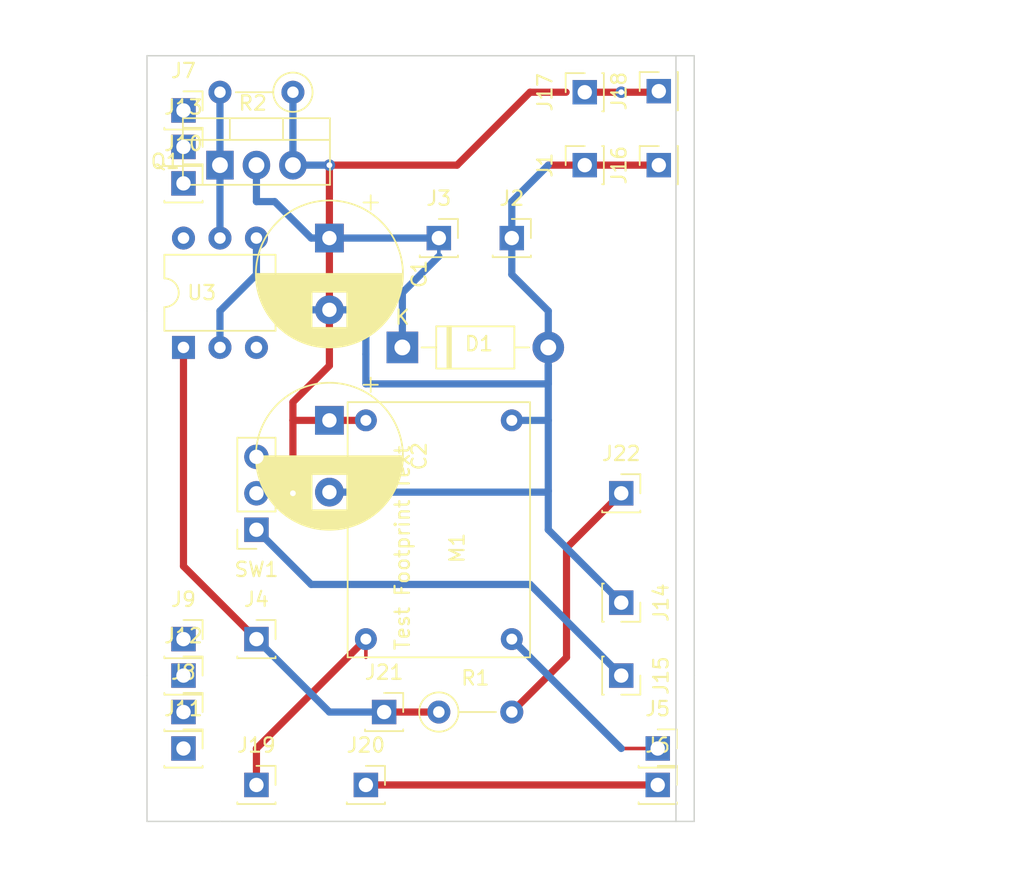
<source format=kicad_pcb>
(kicad_pcb (version 20171130) (host pcbnew "(5.1.6)-1")

  (general
    (thickness 1.6)
    (drawings 85)
    (tracks 72)
    (zones 0)
    (modules 31)
    (nets 20)
  )

  (page A4)
  (layers
    (0 F.Cu signal)
    (31 B.Cu signal)
    (32 B.Adhes user hide)
    (33 F.Adhes user hide)
    (34 B.Paste user hide)
    (35 F.Paste user hide)
    (36 B.SilkS user hide)
    (37 F.SilkS user)
    (38 B.Mask user hide)
    (39 F.Mask user hide)
    (40 Dwgs.User user)
    (41 Cmts.User user)
    (42 Eco1.User user hide)
    (43 Eco2.User user hide)
    (44 Edge.Cuts user)
    (45 Margin user hide)
    (46 B.CrtYd user hide)
    (47 F.CrtYd user hide)
    (48 B.Fab user hide)
    (49 F.Fab user hide)
  )

  (setup
    (last_trace_width 0.5)
    (user_trace_width 0.5)
    (user_trace_width 1)
    (trace_clearance 0.2)
    (zone_clearance 0.508)
    (zone_45_only no)
    (trace_min 0.2)
    (via_size 0.8)
    (via_drill 0.4)
    (via_min_size 0.4)
    (via_min_drill 0.3)
    (user_via 1.6 0.8)
    (uvia_size 0.3)
    (uvia_drill 0.1)
    (uvias_allowed no)
    (uvia_min_size 0.2)
    (uvia_min_drill 0.1)
    (edge_width 0.1)
    (segment_width 0.2)
    (pcb_text_width 0.3)
    (pcb_text_size 1.5 1.5)
    (mod_edge_width 0.15)
    (mod_text_size 1 1)
    (mod_text_width 0.15)
    (pad_size 1.7 1.7)
    (pad_drill 1)
    (pad_to_mask_clearance 0)
    (aux_axis_origin 0 0)
    (visible_elements 7FFFFFFF)
    (pcbplotparams
      (layerselection 0x01028_ffffffff)
      (usegerberextensions false)
      (usegerberattributes true)
      (usegerberadvancedattributes true)
      (creategerberjobfile true)
      (excludeedgelayer true)
      (linewidth 0.100000)
      (plotframeref false)
      (viasonmask false)
      (mode 1)
      (useauxorigin false)
      (hpglpennumber 1)
      (hpglpenspeed 20)
      (hpglpendiameter 15.000000)
      (psnegative false)
      (psa4output false)
      (plotreference true)
      (plotvalue true)
      (plotinvisibletext false)
      (padsonsilk false)
      (subtractmaskfromsilk false)
      (outputformat 1)
      (mirror false)
      (drillshape 0)
      (scaleselection 1)
      (outputdirectory "plot/"))
  )

  (net 0 "")
  (net 1 "Net-(J10-Pad1)")
  (net 2 "Net-(Q1-Pad1)")
  (net 3 "Net-(U3-Pad3)")
  (net 4 "Net-(U3-Pad6)")
  (net 5 "Net-(J5-Pad1)")
  (net 6 "Net-(J7-Pad1)")
  (net 7 "Net-(J8-Pad1)")
  (net 8 "Net-(J9-Pad1)")
  (net 9 "Net-(J11-Pad1)")
  (net 10 "Net-(J12-Pad1)")
  (net 11 "Net-(J13-Pad1)")
  (net 12 "Net-(J15-Pad1)")
  (net 13 "Net-(C1-Pad1)")
  (net 14 "Net-(C1-Pad2)")
  (net 15 "Net-(C2-Pad1)")
  (net 16 "Net-(J20-Pad1)")
  (net 17 "Net-(J19-Pad1)")
  (net 18 "Net-(J21-Pad1)")
  (net 19 "Net-(J22-Pad1)")

  (net_class Default "This is the default net class."
    (clearance 0.2)
    (trace_width 0.25)
    (via_dia 0.8)
    (via_drill 0.4)
    (uvia_dia 0.3)
    (uvia_drill 0.1)
    (add_net "Net-(C1-Pad1)")
    (add_net "Net-(C1-Pad2)")
    (add_net "Net-(C2-Pad1)")
    (add_net "Net-(J10-Pad1)")
    (add_net "Net-(J11-Pad1)")
    (add_net "Net-(J12-Pad1)")
    (add_net "Net-(J13-Pad1)")
    (add_net "Net-(J15-Pad1)")
    (add_net "Net-(J19-Pad1)")
    (add_net "Net-(J20-Pad1)")
    (add_net "Net-(J21-Pad1)")
    (add_net "Net-(J22-Pad1)")
    (add_net "Net-(J5-Pad1)")
    (add_net "Net-(J7-Pad1)")
    (add_net "Net-(J8-Pad1)")
    (add_net "Net-(J9-Pad1)")
    (add_net "Net-(Q1-Pad1)")
    (add_net "Net-(U3-Pad3)")
    (add_net "Net-(U3-Pad6)")
  )

  (module cnc3018-PCB:BUCK01 (layer F.Cu) (tedit 6123D498) (tstamp 6123D10D)
    (at 105.41 90.17 270)
    (path /6126666F)
    (fp_text reference M1 (at 3.81 3.81 90) (layer F.SilkS)
      (effects (font (size 1 1) (thickness 0.15)))
    )
    (fp_text value BUCK01 (at 3.81 1.27 90) (layer F.Fab)
      (effects (font (size 1 1) (thickness 0.15)))
    )
    (fp_line (start 11.43 -1.27) (end -6.35 -1.27) (layer F.SilkS) (width 0.12))
    (fp_line (start 11.43 11.43) (end 11.43 -1.27) (layer F.SilkS) (width 0.12))
    (fp_line (start -6.35 11.43) (end 11.43 11.43) (layer F.SilkS) (width 0.12))
    (fp_line (start -6.35 -1.27) (end -6.35 11.43) (layer F.SilkS) (width 0.12))
    (fp_text user "Test Footprint Text" (at 3.81 7.62 90) (layer F.SilkS)
      (effects (font (size 1 1) (thickness 0.15)))
    )
    (pad 4 thru_hole circle (at -5.08 10.16 270) (size 1.524 1.524) (drill 0.762) (layers *.Cu *.Mask)
      (net 15 "Net-(C2-Pad1)"))
    (pad 3 thru_hole circle (at 10.16 10.16 270) (size 1.524 1.524) (drill 0.762) (layers *.Cu *.Mask)
      (net 17 "Net-(J19-Pad1)"))
    (pad 2 thru_hole circle (at 10.16 0 270) (size 1.524 1.524) (drill 0.762) (layers *.Cu *.Mask)
      (net 5 "Net-(J5-Pad1)"))
    (pad 1 thru_hole circle (at -5.08 0 270) (size 1.524 1.524) (drill 0.762) (layers *.Cu *.Mask)
      (net 14 "Net-(C1-Pad2)"))
  )

  (module Connector_PinSocket_2.54mm:PinSocket_1x01_P2.54mm_Vertical (layer F.Cu) (tedit 5A19A434) (tstamp 614E20D9)
    (at 113.03 90.17)
    (descr "Through hole straight socket strip, 1x01, 2.54mm pitch, single row (from Kicad 4.0.7), script generated")
    (tags "Through hole socket strip THT 1x01 2.54mm single row")
    (path /6150CB76)
    (fp_text reference J22 (at 0 -2.77) (layer F.SilkS)
      (effects (font (size 1 1) (thickness 0.15)))
    )
    (fp_text value SPWM (at 0 2.77) (layer F.Fab)
      (effects (font (size 1 1) (thickness 0.15)))
    )
    (fp_line (start -1.8 1.75) (end -1.8 -1.8) (layer F.CrtYd) (width 0.05))
    (fp_line (start 1.75 1.75) (end -1.8 1.75) (layer F.CrtYd) (width 0.05))
    (fp_line (start 1.75 -1.8) (end 1.75 1.75) (layer F.CrtYd) (width 0.05))
    (fp_line (start -1.8 -1.8) (end 1.75 -1.8) (layer F.CrtYd) (width 0.05))
    (fp_line (start 0 -1.33) (end 1.33 -1.33) (layer F.SilkS) (width 0.12))
    (fp_line (start 1.33 -1.33) (end 1.33 0) (layer F.SilkS) (width 0.12))
    (fp_line (start 1.33 1.21) (end 1.33 1.33) (layer F.SilkS) (width 0.12))
    (fp_line (start -1.33 1.21) (end -1.33 1.33) (layer F.SilkS) (width 0.12))
    (fp_line (start -1.33 1.33) (end 1.33 1.33) (layer F.SilkS) (width 0.12))
    (fp_line (start -1.27 1.27) (end -1.27 -1.27) (layer F.Fab) (width 0.1))
    (fp_line (start 1.27 1.27) (end -1.27 1.27) (layer F.Fab) (width 0.1))
    (fp_line (start 1.27 -0.635) (end 1.27 1.27) (layer F.Fab) (width 0.1))
    (fp_line (start 0.635 -1.27) (end 1.27 -0.635) (layer F.Fab) (width 0.1))
    (fp_line (start -1.27 -1.27) (end 0.635 -1.27) (layer F.Fab) (width 0.1))
    (fp_text user %R (at 0 0) (layer F.Fab)
      (effects (font (size 1 1) (thickness 0.15)))
    )
    (pad 1 thru_hole rect (at 0 0) (size 1.7 1.7) (drill 1) (layers *.Cu *.Mask)
      (net 19 "Net-(J22-Pad1)"))
    (model ${KISYS3DMOD}/Connector_PinSocket_2.54mm.3dshapes/PinSocket_1x01_P2.54mm_Vertical.wrl
      (at (xyz 0 0 0))
      (scale (xyz 1 1 1))
      (rotate (xyz 0 0 0))
    )
  )

  (module Package_DIP:DIP-6_W7.62mm (layer F.Cu) (tedit 5A02E8C5) (tstamp 61212C0C)
    (at 82.55 80.01 90)
    (descr "6-lead though-hole mounted DIP package, row spacing 7.62 mm (300 mils)")
    (tags "THT DIP DIL PDIP 2.54mm 7.62mm 300mil")
    (path /61231182)
    (fp_text reference U3 (at 3.81 1.27 180) (layer F.SilkS)
      (effects (font (size 1 1) (thickness 0.15)))
    )
    (fp_text value 4N35 (at 3.81 7.41 90) (layer F.Fab)
      (effects (font (size 1 1) (thickness 0.15)))
    )
    (fp_line (start 8.7 -1.55) (end -1.1 -1.55) (layer F.CrtYd) (width 0.05))
    (fp_line (start 8.7 6.6) (end 8.7 -1.55) (layer F.CrtYd) (width 0.05))
    (fp_line (start -1.1 6.6) (end 8.7 6.6) (layer F.CrtYd) (width 0.05))
    (fp_line (start -1.1 -1.55) (end -1.1 6.6) (layer F.CrtYd) (width 0.05))
    (fp_line (start 6.46 -1.33) (end 4.81 -1.33) (layer F.SilkS) (width 0.12))
    (fp_line (start 6.46 6.41) (end 6.46 -1.33) (layer F.SilkS) (width 0.12))
    (fp_line (start 1.16 6.41) (end 6.46 6.41) (layer F.SilkS) (width 0.12))
    (fp_line (start 1.16 -1.33) (end 1.16 6.41) (layer F.SilkS) (width 0.12))
    (fp_line (start 2.81 -1.33) (end 1.16 -1.33) (layer F.SilkS) (width 0.12))
    (fp_line (start 0.635 -0.27) (end 1.635 -1.27) (layer F.Fab) (width 0.1))
    (fp_line (start 0.635 6.35) (end 0.635 -0.27) (layer F.Fab) (width 0.1))
    (fp_line (start 6.985 6.35) (end 0.635 6.35) (layer F.Fab) (width 0.1))
    (fp_line (start 6.985 -1.27) (end 6.985 6.35) (layer F.Fab) (width 0.1))
    (fp_line (start 1.635 -1.27) (end 6.985 -1.27) (layer F.Fab) (width 0.1))
    (fp_text user %R (at 3.81 2.54 90) (layer F.Fab)
      (effects (font (size 1 1) (thickness 0.15)))
    )
    (fp_arc (start 3.81 -1.33) (end 2.81 -1.33) (angle -180) (layer F.SilkS) (width 0.12))
    (pad 6 thru_hole oval (at 7.62 0 90) (size 1.6 1.6) (drill 0.8) (layers *.Cu *.Mask)
      (net 4 "Net-(U3-Pad6)"))
    (pad 3 thru_hole oval (at 0 5.08 90) (size 1.6 1.6) (drill 0.8) (layers *.Cu *.Mask)
      (net 3 "Net-(U3-Pad3)"))
    (pad 5 thru_hole oval (at 7.62 2.54 90) (size 1.6 1.6) (drill 0.8) (layers *.Cu *.Mask)
      (net 2 "Net-(Q1-Pad1)"))
    (pad 2 thru_hole oval (at 0 2.54 90) (size 1.6 1.6) (drill 0.8) (layers *.Cu *.Mask)
      (net 14 "Net-(C1-Pad2)"))
    (pad 4 thru_hole oval (at 7.62 5.08 90) (size 1.6 1.6) (drill 0.8) (layers *.Cu *.Mask)
      (net 14 "Net-(C1-Pad2)"))
    (pad 1 thru_hole rect (at 0 0 90) (size 1.6 1.6) (drill 0.8) (layers *.Cu *.Mask)
      (net 18 "Net-(J21-Pad1)"))
    (model ${KISYS3DMOD}/Package_DIP.3dshapes/DIP-6_W7.62mm.wrl
      (at (xyz 0 0 0))
      (scale (xyz 1 1 1))
      (rotate (xyz 0 0 0))
    )
  )

  (module Diode_THT:D_DO-41_SOD81_P10.16mm_Horizontal (layer F.Cu) (tedit 5AE50CD5) (tstamp 612245A8)
    (at 97.79 80.01)
    (descr "Diode, DO-41_SOD81 series, Axial, Horizontal, pin pitch=10.16mm, , length*diameter=5.2*2.7mm^2, , http://www.diodes.com/_files/packages/DO-41%20(Plastic).pdf")
    (tags "Diode DO-41_SOD81 series Axial Horizontal pin pitch 10.16mm  length 5.2mm diameter 2.7mm")
    (path /61231E8E)
    (fp_text reference D1 (at 5.334 -0.254) (layer F.SilkS)
      (effects (font (size 1 1) (thickness 0.15)))
    )
    (fp_text value 1N5819 (at 5.08 2.47) (layer F.Fab)
      (effects (font (size 1 1) (thickness 0.15)))
    )
    (fp_line (start 11.51 -1.6) (end -1.35 -1.6) (layer F.CrtYd) (width 0.05))
    (fp_line (start 11.51 1.6) (end 11.51 -1.6) (layer F.CrtYd) (width 0.05))
    (fp_line (start -1.35 1.6) (end 11.51 1.6) (layer F.CrtYd) (width 0.05))
    (fp_line (start -1.35 -1.6) (end -1.35 1.6) (layer F.CrtYd) (width 0.05))
    (fp_line (start 3.14 -1.47) (end 3.14 1.47) (layer F.SilkS) (width 0.12))
    (fp_line (start 3.38 -1.47) (end 3.38 1.47) (layer F.SilkS) (width 0.12))
    (fp_line (start 3.26 -1.47) (end 3.26 1.47) (layer F.SilkS) (width 0.12))
    (fp_line (start 8.82 0) (end 7.8 0) (layer F.SilkS) (width 0.12))
    (fp_line (start 1.34 0) (end 2.36 0) (layer F.SilkS) (width 0.12))
    (fp_line (start 7.8 -1.47) (end 2.36 -1.47) (layer F.SilkS) (width 0.12))
    (fp_line (start 7.8 1.47) (end 7.8 -1.47) (layer F.SilkS) (width 0.12))
    (fp_line (start 2.36 1.47) (end 7.8 1.47) (layer F.SilkS) (width 0.12))
    (fp_line (start 2.36 -1.47) (end 2.36 1.47) (layer F.SilkS) (width 0.12))
    (fp_line (start 3.16 -1.35) (end 3.16 1.35) (layer F.Fab) (width 0.1))
    (fp_line (start 3.36 -1.35) (end 3.36 1.35) (layer F.Fab) (width 0.1))
    (fp_line (start 3.26 -1.35) (end 3.26 1.35) (layer F.Fab) (width 0.1))
    (fp_line (start 10.16 0) (end 7.68 0) (layer F.Fab) (width 0.1))
    (fp_line (start 0 0) (end 2.48 0) (layer F.Fab) (width 0.1))
    (fp_line (start 7.68 -1.35) (end 2.48 -1.35) (layer F.Fab) (width 0.1))
    (fp_line (start 7.68 1.35) (end 7.68 -1.35) (layer F.Fab) (width 0.1))
    (fp_line (start 2.48 1.35) (end 7.68 1.35) (layer F.Fab) (width 0.1))
    (fp_line (start 2.48 -1.35) (end 2.48 1.35) (layer F.Fab) (width 0.1))
    (fp_text user K (at 0 -2.1) (layer F.SilkS)
      (effects (font (size 1 1) (thickness 0.15)))
    )
    (fp_text user K (at 0 -2.1) (layer F.Fab)
      (effects (font (size 1 1) (thickness 0.15)))
    )
    (fp_text user %R (at 5.47 0) (layer F.Fab)
      (effects (font (size 1 1) (thickness 0.15)))
    )
    (pad 2 thru_hole oval (at 10.16 0) (size 2.2 2.2) (drill 1.1) (layers *.Cu *.Mask)
      (net 14 "Net-(C1-Pad2)"))
    (pad 1 thru_hole rect (at 0 0) (size 2.2 2.2) (drill 1.1) (layers *.Cu *.Mask)
      (net 13 "Net-(C1-Pad1)"))
    (model ${KISYS3DMOD}/Diode_THT.3dshapes/D_DO-41_SOD81_P10.16mm_Horizontal.wrl
      (at (xyz 0 0 0))
      (scale (xyz 1 1 1))
      (rotate (xyz 0 0 0))
    )
  )

  (module Package_TO_SOT_THT:TO-220-3_Vertical (layer F.Cu) (tedit 5AC8BA0D) (tstamp 61212BBD)
    (at 85.09 67.31)
    (descr "TO-220-3, Vertical, RM 2.54mm, see https://www.vishay.com/docs/66542/to-220-1.pdf")
    (tags "TO-220-3 Vertical RM 2.54mm")
    (path /61225117)
    (fp_text reference Q1 (at -3.81 -0.254) (layer F.SilkS)
      (effects (font (size 1 1) (thickness 0.15)))
    )
    (fp_text value IRF540N (at 2.54 2.5) (layer F.Fab)
      (effects (font (size 1 1) (thickness 0.15)))
    )
    (fp_line (start 7.79 -3.4) (end -2.71 -3.4) (layer F.CrtYd) (width 0.05))
    (fp_line (start 7.79 1.51) (end 7.79 -3.4) (layer F.CrtYd) (width 0.05))
    (fp_line (start -2.71 1.51) (end 7.79 1.51) (layer F.CrtYd) (width 0.05))
    (fp_line (start -2.71 -3.4) (end -2.71 1.51) (layer F.CrtYd) (width 0.05))
    (fp_line (start 4.391 -3.27) (end 4.391 -1.76) (layer F.SilkS) (width 0.12))
    (fp_line (start 0.69 -3.27) (end 0.69 -1.76) (layer F.SilkS) (width 0.12))
    (fp_line (start -2.58 -1.76) (end 7.66 -1.76) (layer F.SilkS) (width 0.12))
    (fp_line (start 7.66 -3.27) (end 7.66 1.371) (layer F.SilkS) (width 0.12))
    (fp_line (start -2.58 -3.27) (end -2.58 1.371) (layer F.SilkS) (width 0.12))
    (fp_line (start -2.58 1.371) (end 7.66 1.371) (layer F.SilkS) (width 0.12))
    (fp_line (start -2.58 -3.27) (end 7.66 -3.27) (layer F.SilkS) (width 0.12))
    (fp_line (start 4.39 -3.15) (end 4.39 -1.88) (layer F.Fab) (width 0.1))
    (fp_line (start 0.69 -3.15) (end 0.69 -1.88) (layer F.Fab) (width 0.1))
    (fp_line (start -2.46 -1.88) (end 7.54 -1.88) (layer F.Fab) (width 0.1))
    (fp_line (start 7.54 -3.15) (end -2.46 -3.15) (layer F.Fab) (width 0.1))
    (fp_line (start 7.54 1.25) (end 7.54 -3.15) (layer F.Fab) (width 0.1))
    (fp_line (start -2.46 1.25) (end 7.54 1.25) (layer F.Fab) (width 0.1))
    (fp_line (start -2.46 -3.15) (end -2.46 1.25) (layer F.Fab) (width 0.1))
    (fp_text user %R (at 2.54 -4.27) (layer F.Fab)
      (effects (font (size 1 1) (thickness 0.15)))
    )
    (pad 3 thru_hole oval (at 5.08 0) (size 1.905 2) (drill 1.1) (layers *.Cu *.Mask)
      (net 15 "Net-(C2-Pad1)"))
    (pad 2 thru_hole oval (at 2.54 0) (size 1.905 2) (drill 1.1) (layers *.Cu *.Mask)
      (net 13 "Net-(C1-Pad1)"))
    (pad 1 thru_hole rect (at 0 0) (size 1.905 2) (drill 1.1) (layers *.Cu *.Mask)
      (net 2 "Net-(Q1-Pad1)"))
    (model ${KISYS3DMOD}/Package_TO_SOT_THT.3dshapes/TO-220-3_Vertical.wrl
      (at (xyz 0 0 0))
      (scale (xyz 1 1 1))
      (rotate (xyz 0 0 0))
    )
  )

  (module Resistor_THT:R_Axial_DIN0207_L6.3mm_D2.5mm_P5.08mm_Vertical (layer F.Cu) (tedit 5AE5139B) (tstamp 61212BCC)
    (at 100.33 105.41)
    (descr "Resistor, Axial_DIN0207 series, Axial, Vertical, pin pitch=5.08mm, 0.25W = 1/4W, length*diameter=6.3*2.5mm^2, http://cdn-reichelt.de/documents/datenblatt/B400/1_4W%23YAG.pdf")
    (tags "Resistor Axial_DIN0207 series Axial Vertical pin pitch 5.08mm 0.25W = 1/4W length 6.3mm diameter 2.5mm")
    (path /612B27E8)
    (fp_text reference R1 (at 2.54 -2.37) (layer F.SilkS)
      (effects (font (size 1 1) (thickness 0.15)))
    )
    (fp_text value 220 (at 2.54 2.37) (layer F.Fab)
      (effects (font (size 1 1) (thickness 0.15)))
    )
    (fp_circle (center 0 0) (end 1.25 0) (layer F.Fab) (width 0.1))
    (fp_circle (center 0 0) (end 1.37 0) (layer F.SilkS) (width 0.12))
    (fp_line (start 0 0) (end 5.08 0) (layer F.Fab) (width 0.1))
    (fp_line (start 1.37 0) (end 3.98 0) (layer F.SilkS) (width 0.12))
    (fp_line (start -1.5 -1.5) (end -1.5 1.5) (layer F.CrtYd) (width 0.05))
    (fp_line (start -1.5 1.5) (end 6.13 1.5) (layer F.CrtYd) (width 0.05))
    (fp_line (start 6.13 1.5) (end 6.13 -1.5) (layer F.CrtYd) (width 0.05))
    (fp_line (start 6.13 -1.5) (end -1.5 -1.5) (layer F.CrtYd) (width 0.05))
    (fp_text user %R (at 2.54 -2.37) (layer F.Fab)
      (effects (font (size 1 1) (thickness 0.15)))
    )
    (pad 1 thru_hole circle (at 0 0) (size 1.6 1.6) (drill 0.8) (layers *.Cu *.Mask)
      (net 18 "Net-(J21-Pad1)"))
    (pad 2 thru_hole oval (at 5.08 0) (size 1.6 1.6) (drill 0.8) (layers *.Cu *.Mask)
      (net 19 "Net-(J22-Pad1)"))
    (model ${KISYS3DMOD}/Resistor_THT.3dshapes/R_Axial_DIN0207_L6.3mm_D2.5mm_P5.08mm_Vertical.wrl
      (at (xyz 0 0 0))
      (scale (xyz 1 1 1))
      (rotate (xyz 0 0 0))
    )
  )

  (module Connector_PinSocket_2.54mm:PinSocket_1x03_P2.54mm_Vertical (layer F.Cu) (tedit 5A19A429) (tstamp 61212BF2)
    (at 87.63 92.71 180)
    (descr "Through hole straight socket strip, 1x03, 2.54mm pitch, single row (from Kicad 4.0.7), script generated")
    (tags "Through hole socket strip THT 1x03 2.54mm single row")
    (path /61347CC2)
    (fp_text reference SW1 (at 0 -2.77) (layer F.SilkS)
      (effects (font (size 1 1) (thickness 0.15)))
    )
    (fp_text value ON_OFF (at 0 7.85) (layer F.Fab)
      (effects (font (size 1 1) (thickness 0.15)))
    )
    (fp_line (start -1.8 6.85) (end -1.8 -1.8) (layer F.CrtYd) (width 0.05))
    (fp_line (start 1.75 6.85) (end -1.8 6.85) (layer F.CrtYd) (width 0.05))
    (fp_line (start 1.75 -1.8) (end 1.75 6.85) (layer F.CrtYd) (width 0.05))
    (fp_line (start -1.8 -1.8) (end 1.75 -1.8) (layer F.CrtYd) (width 0.05))
    (fp_line (start 0 -1.33) (end 1.33 -1.33) (layer F.SilkS) (width 0.12))
    (fp_line (start 1.33 -1.33) (end 1.33 0) (layer F.SilkS) (width 0.12))
    (fp_line (start 1.33 1.27) (end 1.33 6.41) (layer F.SilkS) (width 0.12))
    (fp_line (start -1.33 6.41) (end 1.33 6.41) (layer F.SilkS) (width 0.12))
    (fp_line (start -1.33 1.27) (end -1.33 6.41) (layer F.SilkS) (width 0.12))
    (fp_line (start -1.33 1.27) (end 1.33 1.27) (layer F.SilkS) (width 0.12))
    (fp_line (start -1.27 6.35) (end -1.27 -1.27) (layer F.Fab) (width 0.1))
    (fp_line (start 1.27 6.35) (end -1.27 6.35) (layer F.Fab) (width 0.1))
    (fp_line (start 1.27 -0.635) (end 1.27 6.35) (layer F.Fab) (width 0.1))
    (fp_line (start 0.635 -1.27) (end 1.27 -0.635) (layer F.Fab) (width 0.1))
    (fp_line (start -1.27 -1.27) (end 0.635 -1.27) (layer F.Fab) (width 0.1))
    (fp_text user %R (at 0 2.54 90) (layer F.Fab)
      (effects (font (size 1 1) (thickness 0.15)))
    )
    (pad 3 thru_hole oval (at 0 5.08 180) (size 1.7 1.7) (drill 1) (layers *.Cu *.Mask))
    (pad 2 thru_hole oval (at 0 2.54 180) (size 1.7 1.7) (drill 1) (layers *.Cu *.Mask)
      (net 15 "Net-(C2-Pad1)"))
    (pad 1 thru_hole rect (at 0 0 180) (size 1.7 1.7) (drill 1) (layers *.Cu *.Mask)
      (net 12 "Net-(J15-Pad1)"))
    (model ${KISYS3DMOD}/Connector_PinSocket_2.54mm.3dshapes/PinSocket_1x03_P2.54mm_Vertical.wrl
      (at (xyz 0 0 0))
      (scale (xyz 1 1 1))
      (rotate (xyz 0 0 0))
    )
  )

  (module Resistor_THT:R_Axial_DIN0207_L6.3mm_D2.5mm_P5.08mm_Vertical (layer F.Cu) (tedit 5AE5139B) (tstamp 61219989)
    (at 90.17 62.23 180)
    (descr "Resistor, Axial_DIN0207 series, Axial, Vertical, pin pitch=5.08mm, 0.25W = 1/4W, length*diameter=6.3*2.5mm^2, http://cdn-reichelt.de/documents/datenblatt/B400/1_4W%23YAG.pdf")
    (tags "Resistor Axial_DIN0207 series Axial Vertical pin pitch 5.08mm 0.25W = 1/4W length 6.3mm diameter 2.5mm")
    (path /612B1C11)
    (fp_text reference R2 (at 2.794 -0.762) (layer F.SilkS)
      (effects (font (size 1 1) (thickness 0.15)))
    )
    (fp_text value 10K (at 2.54 2.37) (layer F.Fab)
      (effects (font (size 1 1) (thickness 0.15)))
    )
    (fp_line (start 6.13 -1.5) (end -1.5 -1.5) (layer F.CrtYd) (width 0.05))
    (fp_line (start 6.13 1.5) (end 6.13 -1.5) (layer F.CrtYd) (width 0.05))
    (fp_line (start -1.5 1.5) (end 6.13 1.5) (layer F.CrtYd) (width 0.05))
    (fp_line (start -1.5 -1.5) (end -1.5 1.5) (layer F.CrtYd) (width 0.05))
    (fp_line (start 1.37 0) (end 3.98 0) (layer F.SilkS) (width 0.12))
    (fp_line (start 0 0) (end 5.08 0) (layer F.Fab) (width 0.1))
    (fp_circle (center 0 0) (end 1.37 0) (layer F.SilkS) (width 0.12))
    (fp_circle (center 0 0) (end 1.25 0) (layer F.Fab) (width 0.1))
    (fp_text user %R (at 2.54 -2.37) (layer F.Fab)
      (effects (font (size 1 1) (thickness 0.15)))
    )
    (pad 2 thru_hole oval (at 5.08 0 180) (size 1.6 1.6) (drill 0.8) (layers *.Cu *.Mask)
      (net 2 "Net-(Q1-Pad1)"))
    (pad 1 thru_hole circle (at 0 0 180) (size 1.6 1.6) (drill 0.8) (layers *.Cu *.Mask)
      (net 15 "Net-(C2-Pad1)"))
    (model ${KISYS3DMOD}/Resistor_THT.3dshapes/R_Axial_DIN0207_L6.3mm_D2.5mm_P5.08mm_Vertical.wrl
      (at (xyz 0 0 0))
      (scale (xyz 1 1 1))
      (rotate (xyz 0 0 0))
    )
  )

  (module Connector_PinSocket_2.54mm:PinSocket_1x01_P2.54mm_Vertical (layer F.Cu) (tedit 5A19A434) (tstamp 6123D537)
    (at 105.41 72.39)
    (descr "Through hole straight socket strip, 1x01, 2.54mm pitch, single row (from Kicad 4.0.7), script generated")
    (tags "Through hole socket strip THT 1x01 2.54mm single row")
    (path /61227F86)
    (fp_text reference J2 (at 0 -2.77) (layer F.SilkS)
      (effects (font (size 1 1) (thickness 0.15)))
    )
    (fp_text value SPIN- (at 0 2.77) (layer F.Fab)
      (effects (font (size 1 1) (thickness 0.15)))
    )
    (fp_line (start -1.27 -1.27) (end 0.635 -1.27) (layer F.Fab) (width 0.1))
    (fp_line (start 0.635 -1.27) (end 1.27 -0.635) (layer F.Fab) (width 0.1))
    (fp_line (start 1.27 -0.635) (end 1.27 1.27) (layer F.Fab) (width 0.1))
    (fp_line (start 1.27 1.27) (end -1.27 1.27) (layer F.Fab) (width 0.1))
    (fp_line (start -1.27 1.27) (end -1.27 -1.27) (layer F.Fab) (width 0.1))
    (fp_line (start -1.33 1.33) (end 1.33 1.33) (layer F.SilkS) (width 0.12))
    (fp_line (start -1.33 1.21) (end -1.33 1.33) (layer F.SilkS) (width 0.12))
    (fp_line (start 1.33 1.21) (end 1.33 1.33) (layer F.SilkS) (width 0.12))
    (fp_line (start 1.33 -1.33) (end 1.33 0) (layer F.SilkS) (width 0.12))
    (fp_line (start 0 -1.33) (end 1.33 -1.33) (layer F.SilkS) (width 0.12))
    (fp_line (start -1.8 -1.8) (end 1.75 -1.8) (layer F.CrtYd) (width 0.05))
    (fp_line (start 1.75 -1.8) (end 1.75 1.75) (layer F.CrtYd) (width 0.05))
    (fp_line (start 1.75 1.75) (end -1.8 1.75) (layer F.CrtYd) (width 0.05))
    (fp_line (start -1.8 1.75) (end -1.8 -1.8) (layer F.CrtYd) (width 0.05))
    (fp_text user %R (at 0 0) (layer F.Fab)
      (effects (font (size 1 1) (thickness 0.15)))
    )
    (pad 1 thru_hole rect (at 0 0) (size 1.7 1.7) (drill 1) (layers *.Cu *.Mask)
      (net 14 "Net-(C1-Pad2)"))
    (model ${KISYS3DMOD}/Connector_PinSocket_2.54mm.3dshapes/PinSocket_1x01_P2.54mm_Vertical.wrl
      (at (xyz 0 0 0))
      (scale (xyz 1 1 1))
      (rotate (xyz 0 0 0))
    )
  )

  (module Connector_PinSocket_2.54mm:PinSocket_1x01_P2.54mm_Vertical (layer F.Cu) (tedit 5A19A434) (tstamp 6123D54B)
    (at 100.33 72.39)
    (descr "Through hole straight socket strip, 1x01, 2.54mm pitch, single row (from Kicad 4.0.7), script generated")
    (tags "Through hole socket strip THT 1x01 2.54mm single row")
    (path /61229043)
    (fp_text reference J3 (at 0 -2.77) (layer F.SilkS)
      (effects (font (size 1 1) (thickness 0.15)))
    )
    (fp_text value SPIN+ (at 0 2.77) (layer F.Fab)
      (effects (font (size 1 1) (thickness 0.15)))
    )
    (fp_line (start -1.8 1.75) (end -1.8 -1.8) (layer F.CrtYd) (width 0.05))
    (fp_line (start 1.75 1.75) (end -1.8 1.75) (layer F.CrtYd) (width 0.05))
    (fp_line (start 1.75 -1.8) (end 1.75 1.75) (layer F.CrtYd) (width 0.05))
    (fp_line (start -1.8 -1.8) (end 1.75 -1.8) (layer F.CrtYd) (width 0.05))
    (fp_line (start 0 -1.33) (end 1.33 -1.33) (layer F.SilkS) (width 0.12))
    (fp_line (start 1.33 -1.33) (end 1.33 0) (layer F.SilkS) (width 0.12))
    (fp_line (start 1.33 1.21) (end 1.33 1.33) (layer F.SilkS) (width 0.12))
    (fp_line (start -1.33 1.21) (end -1.33 1.33) (layer F.SilkS) (width 0.12))
    (fp_line (start -1.33 1.33) (end 1.33 1.33) (layer F.SilkS) (width 0.12))
    (fp_line (start -1.27 1.27) (end -1.27 -1.27) (layer F.Fab) (width 0.1))
    (fp_line (start 1.27 1.27) (end -1.27 1.27) (layer F.Fab) (width 0.1))
    (fp_line (start 1.27 -0.635) (end 1.27 1.27) (layer F.Fab) (width 0.1))
    (fp_line (start 0.635 -1.27) (end 1.27 -0.635) (layer F.Fab) (width 0.1))
    (fp_line (start -1.27 -1.27) (end 0.635 -1.27) (layer F.Fab) (width 0.1))
    (fp_text user %R (at 0 0) (layer F.Fab)
      (effects (font (size 1 1) (thickness 0.15)))
    )
    (pad 1 thru_hole rect (at 0 0) (size 1.7 1.7) (drill 1) (layers *.Cu *.Mask)
      (net 13 "Net-(C1-Pad1)"))
    (model ${KISYS3DMOD}/Connector_PinSocket_2.54mm.3dshapes/PinSocket_1x01_P2.54mm_Vertical.wrl
      (at (xyz 0 0 0))
      (scale (xyz 1 1 1))
      (rotate (xyz 0 0 0))
    )
  )

  (module Connector_PinSocket_2.54mm:PinSocket_1x01_P2.54mm_Vertical (layer F.Cu) (tedit 5A19A434) (tstamp 6123D55F)
    (at 87.63 100.33)
    (descr "Through hole straight socket strip, 1x01, 2.54mm pitch, single row (from Kicad 4.0.7), script generated")
    (tags "Through hole socket strip THT 1x01 2.54mm single row")
    (path /6126BCB7)
    (fp_text reference J4 (at 0 -2.77) (layer F.SilkS)
      (effects (font (size 1 1) (thickness 0.15)))
    )
    (fp_text value V0 (at 0 2.77) (layer F.Fab)
      (effects (font (size 1 1) (thickness 0.15)))
    )
    (fp_line (start -1.27 -1.27) (end 0.635 -1.27) (layer F.Fab) (width 0.1))
    (fp_line (start 0.635 -1.27) (end 1.27 -0.635) (layer F.Fab) (width 0.1))
    (fp_line (start 1.27 -0.635) (end 1.27 1.27) (layer F.Fab) (width 0.1))
    (fp_line (start 1.27 1.27) (end -1.27 1.27) (layer F.Fab) (width 0.1))
    (fp_line (start -1.27 1.27) (end -1.27 -1.27) (layer F.Fab) (width 0.1))
    (fp_line (start -1.33 1.33) (end 1.33 1.33) (layer F.SilkS) (width 0.12))
    (fp_line (start -1.33 1.21) (end -1.33 1.33) (layer F.SilkS) (width 0.12))
    (fp_line (start 1.33 1.21) (end 1.33 1.33) (layer F.SilkS) (width 0.12))
    (fp_line (start 1.33 -1.33) (end 1.33 0) (layer F.SilkS) (width 0.12))
    (fp_line (start 0 -1.33) (end 1.33 -1.33) (layer F.SilkS) (width 0.12))
    (fp_line (start -1.8 -1.8) (end 1.75 -1.8) (layer F.CrtYd) (width 0.05))
    (fp_line (start 1.75 -1.8) (end 1.75 1.75) (layer F.CrtYd) (width 0.05))
    (fp_line (start 1.75 1.75) (end -1.8 1.75) (layer F.CrtYd) (width 0.05))
    (fp_line (start -1.8 1.75) (end -1.8 -1.8) (layer F.CrtYd) (width 0.05))
    (fp_text user %R (at 0 0) (layer F.Fab)
      (effects (font (size 1 1) (thickness 0.15)))
    )
    (pad 1 thru_hole rect (at 0 0) (size 1.7 1.7) (drill 1) (layers *.Cu *.Mask)
      (net 18 "Net-(J21-Pad1)"))
    (model ${KISYS3DMOD}/Connector_PinSocket_2.54mm.3dshapes/PinSocket_1x01_P2.54mm_Vertical.wrl
      (at (xyz 0 0 0))
      (scale (xyz 1 1 1))
      (rotate (xyz 0 0 0))
    )
  )

  (module Connector_PinSocket_2.54mm:PinSocket_1x01_P2.54mm_Vertical (layer F.Cu) (tedit 5A19A434) (tstamp 6123D573)
    (at 115.57 107.95)
    (descr "Through hole straight socket strip, 1x01, 2.54mm pitch, single row (from Kicad 4.0.7), script generated")
    (tags "Through hole socket strip THT 1x01 2.54mm single row")
    (path /61268C01)
    (fp_text reference J5 (at 0 -2.77) (layer F.SilkS)
      (effects (font (size 1 1) (thickness 0.15)))
    )
    (fp_text value OUT- (at 0 2.77) (layer F.Fab)
      (effects (font (size 1 1) (thickness 0.15)))
    )
    (fp_line (start -1.8 1.75) (end -1.8 -1.8) (layer F.CrtYd) (width 0.05))
    (fp_line (start 1.75 1.75) (end -1.8 1.75) (layer F.CrtYd) (width 0.05))
    (fp_line (start 1.75 -1.8) (end 1.75 1.75) (layer F.CrtYd) (width 0.05))
    (fp_line (start -1.8 -1.8) (end 1.75 -1.8) (layer F.CrtYd) (width 0.05))
    (fp_line (start 0 -1.33) (end 1.33 -1.33) (layer F.SilkS) (width 0.12))
    (fp_line (start 1.33 -1.33) (end 1.33 0) (layer F.SilkS) (width 0.12))
    (fp_line (start 1.33 1.21) (end 1.33 1.33) (layer F.SilkS) (width 0.12))
    (fp_line (start -1.33 1.21) (end -1.33 1.33) (layer F.SilkS) (width 0.12))
    (fp_line (start -1.33 1.33) (end 1.33 1.33) (layer F.SilkS) (width 0.12))
    (fp_line (start -1.27 1.27) (end -1.27 -1.27) (layer F.Fab) (width 0.1))
    (fp_line (start 1.27 1.27) (end -1.27 1.27) (layer F.Fab) (width 0.1))
    (fp_line (start 1.27 -0.635) (end 1.27 1.27) (layer F.Fab) (width 0.1))
    (fp_line (start 0.635 -1.27) (end 1.27 -0.635) (layer F.Fab) (width 0.1))
    (fp_line (start -1.27 -1.27) (end 0.635 -1.27) (layer F.Fab) (width 0.1))
    (fp_text user %R (at 0 0) (layer F.Fab)
      (effects (font (size 1 1) (thickness 0.15)))
    )
    (pad 1 thru_hole rect (at 0 0) (size 1.7 1.7) (drill 1) (layers *.Cu *.Mask)
      (net 5 "Net-(J5-Pad1)"))
    (model ${KISYS3DMOD}/Connector_PinSocket_2.54mm.3dshapes/PinSocket_1x01_P2.54mm_Vertical.wrl
      (at (xyz 0 0 0))
      (scale (xyz 1 1 1))
      (rotate (xyz 0 0 0))
    )
  )

  (module Connector_PinSocket_2.54mm:PinSocket_1x01_P2.54mm_Vertical (layer F.Cu) (tedit 5A19A434) (tstamp 6123D587)
    (at 115.57 110.49)
    (descr "Through hole straight socket strip, 1x01, 2.54mm pitch, single row (from Kicad 4.0.7), script generated")
    (tags "Through hole socket strip THT 1x01 2.54mm single row")
    (path /61268C07)
    (fp_text reference J6 (at 0 -2.77) (layer F.SilkS)
      (effects (font (size 1 1) (thickness 0.15)))
    )
    (fp_text value OUT+ (at 0 2.77) (layer F.Fab)
      (effects (font (size 1 1) (thickness 0.15)))
    )
    (fp_line (start -1.27 -1.27) (end 0.635 -1.27) (layer F.Fab) (width 0.1))
    (fp_line (start 0.635 -1.27) (end 1.27 -0.635) (layer F.Fab) (width 0.1))
    (fp_line (start 1.27 -0.635) (end 1.27 1.27) (layer F.Fab) (width 0.1))
    (fp_line (start 1.27 1.27) (end -1.27 1.27) (layer F.Fab) (width 0.1))
    (fp_line (start -1.27 1.27) (end -1.27 -1.27) (layer F.Fab) (width 0.1))
    (fp_line (start -1.33 1.33) (end 1.33 1.33) (layer F.SilkS) (width 0.12))
    (fp_line (start -1.33 1.21) (end -1.33 1.33) (layer F.SilkS) (width 0.12))
    (fp_line (start 1.33 1.21) (end 1.33 1.33) (layer F.SilkS) (width 0.12))
    (fp_line (start 1.33 -1.33) (end 1.33 0) (layer F.SilkS) (width 0.12))
    (fp_line (start 0 -1.33) (end 1.33 -1.33) (layer F.SilkS) (width 0.12))
    (fp_line (start -1.8 -1.8) (end 1.75 -1.8) (layer F.CrtYd) (width 0.05))
    (fp_line (start 1.75 -1.8) (end 1.75 1.75) (layer F.CrtYd) (width 0.05))
    (fp_line (start 1.75 1.75) (end -1.8 1.75) (layer F.CrtYd) (width 0.05))
    (fp_line (start -1.8 1.75) (end -1.8 -1.8) (layer F.CrtYd) (width 0.05))
    (fp_text user %R (at 0 0) (layer F.Fab)
      (effects (font (size 1 1) (thickness 0.15)))
    )
    (pad 1 thru_hole rect (at 0 0) (size 1.7 1.7) (drill 1) (layers *.Cu *.Mask)
      (net 16 "Net-(J20-Pad1)"))
    (model ${KISYS3DMOD}/Connector_PinSocket_2.54mm.3dshapes/PinSocket_1x01_P2.54mm_Vertical.wrl
      (at (xyz 0 0 0))
      (scale (xyz 1 1 1))
      (rotate (xyz 0 0 0))
    )
  )

  (module Connector_PinSocket_2.54mm:PinSocket_1x01_P2.54mm_Vertical (layer F.Cu) (tedit 5A19A434) (tstamp 6123D59B)
    (at 82.55 63.5)
    (descr "Through hole straight socket strip, 1x01, 2.54mm pitch, single row (from Kicad 4.0.7), script generated")
    (tags "Through hole socket strip THT 1x01 2.54mm single row")
    (path /6127AEC8)
    (fp_text reference J7 (at 0 -2.77) (layer F.SilkS)
      (effects (font (size 1 1) (thickness 0.15)))
    )
    (fp_text value NC (at 0 2.77) (layer F.Fab)
      (effects (font (size 1 1) (thickness 0.15)))
    )
    (fp_line (start -1.8 1.75) (end -1.8 -1.8) (layer F.CrtYd) (width 0.05))
    (fp_line (start 1.75 1.75) (end -1.8 1.75) (layer F.CrtYd) (width 0.05))
    (fp_line (start 1.75 -1.8) (end 1.75 1.75) (layer F.CrtYd) (width 0.05))
    (fp_line (start -1.8 -1.8) (end 1.75 -1.8) (layer F.CrtYd) (width 0.05))
    (fp_line (start 0 -1.33) (end 1.33 -1.33) (layer F.SilkS) (width 0.12))
    (fp_line (start 1.33 -1.33) (end 1.33 0) (layer F.SilkS) (width 0.12))
    (fp_line (start 1.33 1.21) (end 1.33 1.33) (layer F.SilkS) (width 0.12))
    (fp_line (start -1.33 1.21) (end -1.33 1.33) (layer F.SilkS) (width 0.12))
    (fp_line (start -1.33 1.33) (end 1.33 1.33) (layer F.SilkS) (width 0.12))
    (fp_line (start -1.27 1.27) (end -1.27 -1.27) (layer F.Fab) (width 0.1))
    (fp_line (start 1.27 1.27) (end -1.27 1.27) (layer F.Fab) (width 0.1))
    (fp_line (start 1.27 -0.635) (end 1.27 1.27) (layer F.Fab) (width 0.1))
    (fp_line (start 0.635 -1.27) (end 1.27 -0.635) (layer F.Fab) (width 0.1))
    (fp_line (start -1.27 -1.27) (end 0.635 -1.27) (layer F.Fab) (width 0.1))
    (fp_text user %R (at 0 0) (layer F.Fab)
      (effects (font (size 1 1) (thickness 0.15)))
    )
    (pad 1 thru_hole rect (at 0 0) (size 1.7 1.7) (drill 1) (layers *.Cu *.Mask)
      (net 6 "Net-(J7-Pad1)"))
    (model ${KISYS3DMOD}/Connector_PinSocket_2.54mm.3dshapes/PinSocket_1x01_P2.54mm_Vertical.wrl
      (at (xyz 0 0 0))
      (scale (xyz 1 1 1))
      (rotate (xyz 0 0 0))
    )
  )

  (module Connector_PinSocket_2.54mm:PinSocket_1x01_P2.54mm_Vertical (layer F.Cu) (tedit 5A19A434) (tstamp 6123D5AF)
    (at 82.55 105.41)
    (descr "Through hole straight socket strip, 1x01, 2.54mm pitch, single row (from Kicad 4.0.7), script generated")
    (tags "Through hole socket strip THT 1x01 2.54mm single row")
    (path /6127BED6)
    (fp_text reference J8 (at 0 -2.77) (layer F.SilkS)
      (effects (font (size 1 1) (thickness 0.15)))
    )
    (fp_text value NC (at 0 2.77) (layer F.Fab)
      (effects (font (size 1 1) (thickness 0.15)))
    )
    (fp_line (start -1.27 -1.27) (end 0.635 -1.27) (layer F.Fab) (width 0.1))
    (fp_line (start 0.635 -1.27) (end 1.27 -0.635) (layer F.Fab) (width 0.1))
    (fp_line (start 1.27 -0.635) (end 1.27 1.27) (layer F.Fab) (width 0.1))
    (fp_line (start 1.27 1.27) (end -1.27 1.27) (layer F.Fab) (width 0.1))
    (fp_line (start -1.27 1.27) (end -1.27 -1.27) (layer F.Fab) (width 0.1))
    (fp_line (start -1.33 1.33) (end 1.33 1.33) (layer F.SilkS) (width 0.12))
    (fp_line (start -1.33 1.21) (end -1.33 1.33) (layer F.SilkS) (width 0.12))
    (fp_line (start 1.33 1.21) (end 1.33 1.33) (layer F.SilkS) (width 0.12))
    (fp_line (start 1.33 -1.33) (end 1.33 0) (layer F.SilkS) (width 0.12))
    (fp_line (start 0 -1.33) (end 1.33 -1.33) (layer F.SilkS) (width 0.12))
    (fp_line (start -1.8 -1.8) (end 1.75 -1.8) (layer F.CrtYd) (width 0.05))
    (fp_line (start 1.75 -1.8) (end 1.75 1.75) (layer F.CrtYd) (width 0.05))
    (fp_line (start 1.75 1.75) (end -1.8 1.75) (layer F.CrtYd) (width 0.05))
    (fp_line (start -1.8 1.75) (end -1.8 -1.8) (layer F.CrtYd) (width 0.05))
    (fp_text user %R (at 0 0) (layer F.Fab)
      (effects (font (size 1 1) (thickness 0.15)))
    )
    (pad 1 thru_hole rect (at 0 0) (size 1.7 1.7) (drill 1) (layers *.Cu *.Mask)
      (net 7 "Net-(J8-Pad1)"))
    (model ${KISYS3DMOD}/Connector_PinSocket_2.54mm.3dshapes/PinSocket_1x01_P2.54mm_Vertical.wrl
      (at (xyz 0 0 0))
      (scale (xyz 1 1 1))
      (rotate (xyz 0 0 0))
    )
  )

  (module Connector_PinSocket_2.54mm:PinSocket_1x01_P2.54mm_Vertical (layer F.Cu) (tedit 5A19A434) (tstamp 6123D5C3)
    (at 82.55 100.33)
    (descr "Through hole straight socket strip, 1x01, 2.54mm pitch, single row (from Kicad 4.0.7), script generated")
    (tags "Through hole socket strip THT 1x01 2.54mm single row")
    (path /6127C480)
    (fp_text reference J9 (at 0 -2.77) (layer F.SilkS)
      (effects (font (size 1 1) (thickness 0.15)))
    )
    (fp_text value NC (at 0 2.77) (layer F.Fab)
      (effects (font (size 1 1) (thickness 0.15)))
    )
    (fp_line (start -1.8 1.75) (end -1.8 -1.8) (layer F.CrtYd) (width 0.05))
    (fp_line (start 1.75 1.75) (end -1.8 1.75) (layer F.CrtYd) (width 0.05))
    (fp_line (start 1.75 -1.8) (end 1.75 1.75) (layer F.CrtYd) (width 0.05))
    (fp_line (start -1.8 -1.8) (end 1.75 -1.8) (layer F.CrtYd) (width 0.05))
    (fp_line (start 0 -1.33) (end 1.33 -1.33) (layer F.SilkS) (width 0.12))
    (fp_line (start 1.33 -1.33) (end 1.33 0) (layer F.SilkS) (width 0.12))
    (fp_line (start 1.33 1.21) (end 1.33 1.33) (layer F.SilkS) (width 0.12))
    (fp_line (start -1.33 1.21) (end -1.33 1.33) (layer F.SilkS) (width 0.12))
    (fp_line (start -1.33 1.33) (end 1.33 1.33) (layer F.SilkS) (width 0.12))
    (fp_line (start -1.27 1.27) (end -1.27 -1.27) (layer F.Fab) (width 0.1))
    (fp_line (start 1.27 1.27) (end -1.27 1.27) (layer F.Fab) (width 0.1))
    (fp_line (start 1.27 -0.635) (end 1.27 1.27) (layer F.Fab) (width 0.1))
    (fp_line (start 0.635 -1.27) (end 1.27 -0.635) (layer F.Fab) (width 0.1))
    (fp_line (start -1.27 -1.27) (end 0.635 -1.27) (layer F.Fab) (width 0.1))
    (fp_text user %R (at 0 0) (layer F.Fab)
      (effects (font (size 1 1) (thickness 0.15)))
    )
    (pad 1 thru_hole rect (at 0 0) (size 1.7 1.7) (drill 1) (layers *.Cu *.Mask)
      (net 8 "Net-(J9-Pad1)"))
    (model ${KISYS3DMOD}/Connector_PinSocket_2.54mm.3dshapes/PinSocket_1x01_P2.54mm_Vertical.wrl
      (at (xyz 0 0 0))
      (scale (xyz 1 1 1))
      (rotate (xyz 0 0 0))
    )
  )

  (module Connector_PinSocket_2.54mm:PinSocket_1x01_P2.54mm_Vertical (layer F.Cu) (tedit 5A19A434) (tstamp 6123D5D7)
    (at 82.55 68.58)
    (descr "Through hole straight socket strip, 1x01, 2.54mm pitch, single row (from Kicad 4.0.7), script generated")
    (tags "Through hole socket strip THT 1x01 2.54mm single row")
    (path /6127CAE8)
    (fp_text reference J10 (at 0 -2.77) (layer F.SilkS)
      (effects (font (size 1 1) (thickness 0.15)))
    )
    (fp_text value NC (at 0 2.77) (layer F.Fab)
      (effects (font (size 1 1) (thickness 0.15)))
    )
    (fp_line (start -1.27 -1.27) (end 0.635 -1.27) (layer F.Fab) (width 0.1))
    (fp_line (start 0.635 -1.27) (end 1.27 -0.635) (layer F.Fab) (width 0.1))
    (fp_line (start 1.27 -0.635) (end 1.27 1.27) (layer F.Fab) (width 0.1))
    (fp_line (start 1.27 1.27) (end -1.27 1.27) (layer F.Fab) (width 0.1))
    (fp_line (start -1.27 1.27) (end -1.27 -1.27) (layer F.Fab) (width 0.1))
    (fp_line (start -1.33 1.33) (end 1.33 1.33) (layer F.SilkS) (width 0.12))
    (fp_line (start -1.33 1.21) (end -1.33 1.33) (layer F.SilkS) (width 0.12))
    (fp_line (start 1.33 1.21) (end 1.33 1.33) (layer F.SilkS) (width 0.12))
    (fp_line (start 1.33 -1.33) (end 1.33 0) (layer F.SilkS) (width 0.12))
    (fp_line (start 0 -1.33) (end 1.33 -1.33) (layer F.SilkS) (width 0.12))
    (fp_line (start -1.8 -1.8) (end 1.75 -1.8) (layer F.CrtYd) (width 0.05))
    (fp_line (start 1.75 -1.8) (end 1.75 1.75) (layer F.CrtYd) (width 0.05))
    (fp_line (start 1.75 1.75) (end -1.8 1.75) (layer F.CrtYd) (width 0.05))
    (fp_line (start -1.8 1.75) (end -1.8 -1.8) (layer F.CrtYd) (width 0.05))
    (fp_text user %R (at 0 0) (layer F.Fab)
      (effects (font (size 1 1) (thickness 0.15)))
    )
    (pad 1 thru_hole rect (at 0 0) (size 1.7 1.7) (drill 1) (layers *.Cu *.Mask)
      (net 1 "Net-(J10-Pad1)"))
    (model ${KISYS3DMOD}/Connector_PinSocket_2.54mm.3dshapes/PinSocket_1x01_P2.54mm_Vertical.wrl
      (at (xyz 0 0 0))
      (scale (xyz 1 1 1))
      (rotate (xyz 0 0 0))
    )
  )

  (module Connector_PinSocket_2.54mm:PinSocket_1x01_P2.54mm_Vertical (layer F.Cu) (tedit 5A19A434) (tstamp 6123D5EB)
    (at 82.55 107.95)
    (descr "Through hole straight socket strip, 1x01, 2.54mm pitch, single row (from Kicad 4.0.7), script generated")
    (tags "Through hole socket strip THT 1x01 2.54mm single row")
    (path /6127D0E7)
    (fp_text reference J11 (at 0 -2.77) (layer F.SilkS)
      (effects (font (size 1 1) (thickness 0.15)))
    )
    (fp_text value NC (at 0 2.77) (layer F.Fab)
      (effects (font (size 1 1) (thickness 0.15)))
    )
    (fp_line (start -1.8 1.75) (end -1.8 -1.8) (layer F.CrtYd) (width 0.05))
    (fp_line (start 1.75 1.75) (end -1.8 1.75) (layer F.CrtYd) (width 0.05))
    (fp_line (start 1.75 -1.8) (end 1.75 1.75) (layer F.CrtYd) (width 0.05))
    (fp_line (start -1.8 -1.8) (end 1.75 -1.8) (layer F.CrtYd) (width 0.05))
    (fp_line (start 0 -1.33) (end 1.33 -1.33) (layer F.SilkS) (width 0.12))
    (fp_line (start 1.33 -1.33) (end 1.33 0) (layer F.SilkS) (width 0.12))
    (fp_line (start 1.33 1.21) (end 1.33 1.33) (layer F.SilkS) (width 0.12))
    (fp_line (start -1.33 1.21) (end -1.33 1.33) (layer F.SilkS) (width 0.12))
    (fp_line (start -1.33 1.33) (end 1.33 1.33) (layer F.SilkS) (width 0.12))
    (fp_line (start -1.27 1.27) (end -1.27 -1.27) (layer F.Fab) (width 0.1))
    (fp_line (start 1.27 1.27) (end -1.27 1.27) (layer F.Fab) (width 0.1))
    (fp_line (start 1.27 -0.635) (end 1.27 1.27) (layer F.Fab) (width 0.1))
    (fp_line (start 0.635 -1.27) (end 1.27 -0.635) (layer F.Fab) (width 0.1))
    (fp_line (start -1.27 -1.27) (end 0.635 -1.27) (layer F.Fab) (width 0.1))
    (fp_text user %R (at 0 0) (layer F.Fab)
      (effects (font (size 1 1) (thickness 0.15)))
    )
    (pad 1 thru_hole rect (at 0 0) (size 1.7 1.7) (drill 1) (layers *.Cu *.Mask)
      (net 9 "Net-(J11-Pad1)"))
    (model ${KISYS3DMOD}/Connector_PinSocket_2.54mm.3dshapes/PinSocket_1x01_P2.54mm_Vertical.wrl
      (at (xyz 0 0 0))
      (scale (xyz 1 1 1))
      (rotate (xyz 0 0 0))
    )
  )

  (module Connector_PinSocket_2.54mm:PinSocket_1x01_P2.54mm_Vertical (layer F.Cu) (tedit 5A19A434) (tstamp 6123D5FF)
    (at 82.55 102.87)
    (descr "Through hole straight socket strip, 1x01, 2.54mm pitch, single row (from Kicad 4.0.7), script generated")
    (tags "Through hole socket strip THT 1x01 2.54mm single row")
    (path /6127D562)
    (fp_text reference J12 (at 0 -2.77) (layer F.SilkS)
      (effects (font (size 1 1) (thickness 0.15)))
    )
    (fp_text value NC (at 0 2.77) (layer F.Fab)
      (effects (font (size 1 1) (thickness 0.15)))
    )
    (fp_line (start -1.27 -1.27) (end 0.635 -1.27) (layer F.Fab) (width 0.1))
    (fp_line (start 0.635 -1.27) (end 1.27 -0.635) (layer F.Fab) (width 0.1))
    (fp_line (start 1.27 -0.635) (end 1.27 1.27) (layer F.Fab) (width 0.1))
    (fp_line (start 1.27 1.27) (end -1.27 1.27) (layer F.Fab) (width 0.1))
    (fp_line (start -1.27 1.27) (end -1.27 -1.27) (layer F.Fab) (width 0.1))
    (fp_line (start -1.33 1.33) (end 1.33 1.33) (layer F.SilkS) (width 0.12))
    (fp_line (start -1.33 1.21) (end -1.33 1.33) (layer F.SilkS) (width 0.12))
    (fp_line (start 1.33 1.21) (end 1.33 1.33) (layer F.SilkS) (width 0.12))
    (fp_line (start 1.33 -1.33) (end 1.33 0) (layer F.SilkS) (width 0.12))
    (fp_line (start 0 -1.33) (end 1.33 -1.33) (layer F.SilkS) (width 0.12))
    (fp_line (start -1.8 -1.8) (end 1.75 -1.8) (layer F.CrtYd) (width 0.05))
    (fp_line (start 1.75 -1.8) (end 1.75 1.75) (layer F.CrtYd) (width 0.05))
    (fp_line (start 1.75 1.75) (end -1.8 1.75) (layer F.CrtYd) (width 0.05))
    (fp_line (start -1.8 1.75) (end -1.8 -1.8) (layer F.CrtYd) (width 0.05))
    (fp_text user %R (at 0 0) (layer F.Fab)
      (effects (font (size 1 1) (thickness 0.15)))
    )
    (pad 1 thru_hole rect (at 0 0) (size 1.7 1.7) (drill 1) (layers *.Cu *.Mask)
      (net 10 "Net-(J12-Pad1)"))
    (model ${KISYS3DMOD}/Connector_PinSocket_2.54mm.3dshapes/PinSocket_1x01_P2.54mm_Vertical.wrl
      (at (xyz 0 0 0))
      (scale (xyz 1 1 1))
      (rotate (xyz 0 0 0))
    )
  )

  (module Connector_PinSocket_2.54mm:PinSocket_1x01_P2.54mm_Vertical (layer F.Cu) (tedit 5A19A434) (tstamp 6123D613)
    (at 82.55 66.04)
    (descr "Through hole straight socket strip, 1x01, 2.54mm pitch, single row (from Kicad 4.0.7), script generated")
    (tags "Through hole socket strip THT 1x01 2.54mm single row")
    (path /6127DAB4)
    (fp_text reference J13 (at 0 -2.77) (layer F.SilkS)
      (effects (font (size 1 1) (thickness 0.15)))
    )
    (fp_text value NC (at 0 2.77) (layer F.Fab)
      (effects (font (size 1 1) (thickness 0.15)))
    )
    (fp_line (start -1.8 1.75) (end -1.8 -1.8) (layer F.CrtYd) (width 0.05))
    (fp_line (start 1.75 1.75) (end -1.8 1.75) (layer F.CrtYd) (width 0.05))
    (fp_line (start 1.75 -1.8) (end 1.75 1.75) (layer F.CrtYd) (width 0.05))
    (fp_line (start -1.8 -1.8) (end 1.75 -1.8) (layer F.CrtYd) (width 0.05))
    (fp_line (start 0 -1.33) (end 1.33 -1.33) (layer F.SilkS) (width 0.12))
    (fp_line (start 1.33 -1.33) (end 1.33 0) (layer F.SilkS) (width 0.12))
    (fp_line (start 1.33 1.21) (end 1.33 1.33) (layer F.SilkS) (width 0.12))
    (fp_line (start -1.33 1.21) (end -1.33 1.33) (layer F.SilkS) (width 0.12))
    (fp_line (start -1.33 1.33) (end 1.33 1.33) (layer F.SilkS) (width 0.12))
    (fp_line (start -1.27 1.27) (end -1.27 -1.27) (layer F.Fab) (width 0.1))
    (fp_line (start 1.27 1.27) (end -1.27 1.27) (layer F.Fab) (width 0.1))
    (fp_line (start 1.27 -0.635) (end 1.27 1.27) (layer F.Fab) (width 0.1))
    (fp_line (start 0.635 -1.27) (end 1.27 -0.635) (layer F.Fab) (width 0.1))
    (fp_line (start -1.27 -1.27) (end 0.635 -1.27) (layer F.Fab) (width 0.1))
    (fp_text user %R (at 0 0) (layer F.Fab)
      (effects (font (size 1 1) (thickness 0.15)))
    )
    (pad 1 thru_hole rect (at 0 0) (size 1.7 1.7) (drill 1) (layers *.Cu *.Mask)
      (net 11 "Net-(J13-Pad1)"))
    (model ${KISYS3DMOD}/Connector_PinSocket_2.54mm.3dshapes/PinSocket_1x01_P2.54mm_Vertical.wrl
      (at (xyz 0 0 0))
      (scale (xyz 1 1 1))
      (rotate (xyz 0 0 0))
    )
  )

  (module Connector_PinSocket_2.54mm:PinSocket_1x01_P2.54mm_Vertical (layer F.Cu) (tedit 5A19A434) (tstamp 6123DAAE)
    (at 113.03 97.79 270)
    (descr "Through hole straight socket strip, 1x01, 2.54mm pitch, single row (from Kicad 4.0.7), script generated")
    (tags "Through hole socket strip THT 1x01 2.54mm single row")
    (path /6128D06F)
    (fp_text reference J14 (at 0 -2.77 90) (layer F.SilkS)
      (effects (font (size 1 1) (thickness 0.15)))
    )
    (fp_text value PWR- (at 0 2.77 90) (layer F.Fab)
      (effects (font (size 1 1) (thickness 0.15)))
    )
    (fp_line (start -1.8 1.75) (end -1.8 -1.8) (layer F.CrtYd) (width 0.05))
    (fp_line (start 1.75 1.75) (end -1.8 1.75) (layer F.CrtYd) (width 0.05))
    (fp_line (start 1.75 -1.8) (end 1.75 1.75) (layer F.CrtYd) (width 0.05))
    (fp_line (start -1.8 -1.8) (end 1.75 -1.8) (layer F.CrtYd) (width 0.05))
    (fp_line (start 0 -1.33) (end 1.33 -1.33) (layer F.SilkS) (width 0.12))
    (fp_line (start 1.33 -1.33) (end 1.33 0) (layer F.SilkS) (width 0.12))
    (fp_line (start 1.33 1.21) (end 1.33 1.33) (layer F.SilkS) (width 0.12))
    (fp_line (start -1.33 1.21) (end -1.33 1.33) (layer F.SilkS) (width 0.12))
    (fp_line (start -1.33 1.33) (end 1.33 1.33) (layer F.SilkS) (width 0.12))
    (fp_line (start -1.27 1.27) (end -1.27 -1.27) (layer F.Fab) (width 0.1))
    (fp_line (start 1.27 1.27) (end -1.27 1.27) (layer F.Fab) (width 0.1))
    (fp_line (start 1.27 -0.635) (end 1.27 1.27) (layer F.Fab) (width 0.1))
    (fp_line (start 0.635 -1.27) (end 1.27 -0.635) (layer F.Fab) (width 0.1))
    (fp_line (start -1.27 -1.27) (end 0.635 -1.27) (layer F.Fab) (width 0.1))
    (fp_text user %R (at 0 0 90) (layer F.Fab)
      (effects (font (size 1 1) (thickness 0.15)))
    )
    (pad 1 thru_hole rect (at 0 0 270) (size 1.7 1.7) (drill 1) (layers *.Cu *.Mask)
      (net 14 "Net-(C1-Pad2)"))
    (model ${KISYS3DMOD}/Connector_PinSocket_2.54mm.3dshapes/PinSocket_1x01_P2.54mm_Vertical.wrl
      (at (xyz 0 0 0))
      (scale (xyz 1 1 1))
      (rotate (xyz 0 0 0))
    )
  )

  (module Connector_PinSocket_2.54mm:PinSocket_1x01_P2.54mm_Vertical (layer F.Cu) (tedit 5A19A434) (tstamp 6123DAC2)
    (at 113.03 102.87 270)
    (descr "Through hole straight socket strip, 1x01, 2.54mm pitch, single row (from Kicad 4.0.7), script generated")
    (tags "Through hole socket strip THT 1x01 2.54mm single row")
    (path /6128F610)
    (fp_text reference J15 (at 0 -2.77 90) (layer F.SilkS)
      (effects (font (size 1 1) (thickness 0.15)))
    )
    (fp_text value PWR+ (at 0 2.77 90) (layer F.Fab)
      (effects (font (size 1 1) (thickness 0.15)))
    )
    (fp_line (start -1.27 -1.27) (end 0.635 -1.27) (layer F.Fab) (width 0.1))
    (fp_line (start 0.635 -1.27) (end 1.27 -0.635) (layer F.Fab) (width 0.1))
    (fp_line (start 1.27 -0.635) (end 1.27 1.27) (layer F.Fab) (width 0.1))
    (fp_line (start 1.27 1.27) (end -1.27 1.27) (layer F.Fab) (width 0.1))
    (fp_line (start -1.27 1.27) (end -1.27 -1.27) (layer F.Fab) (width 0.1))
    (fp_line (start -1.33 1.33) (end 1.33 1.33) (layer F.SilkS) (width 0.12))
    (fp_line (start -1.33 1.21) (end -1.33 1.33) (layer F.SilkS) (width 0.12))
    (fp_line (start 1.33 1.21) (end 1.33 1.33) (layer F.SilkS) (width 0.12))
    (fp_line (start 1.33 -1.33) (end 1.33 0) (layer F.SilkS) (width 0.12))
    (fp_line (start 0 -1.33) (end 1.33 -1.33) (layer F.SilkS) (width 0.12))
    (fp_line (start -1.8 -1.8) (end 1.75 -1.8) (layer F.CrtYd) (width 0.05))
    (fp_line (start 1.75 -1.8) (end 1.75 1.75) (layer F.CrtYd) (width 0.05))
    (fp_line (start 1.75 1.75) (end -1.8 1.75) (layer F.CrtYd) (width 0.05))
    (fp_line (start -1.8 1.75) (end -1.8 -1.8) (layer F.CrtYd) (width 0.05))
    (fp_text user %R (at 0 0 90) (layer F.Fab)
      (effects (font (size 1 1) (thickness 0.15)))
    )
    (pad 1 thru_hole rect (at 0 0 270) (size 1.7 1.7) (drill 1) (layers *.Cu *.Mask)
      (net 12 "Net-(J15-Pad1)"))
    (model ${KISYS3DMOD}/Connector_PinSocket_2.54mm.3dshapes/PinSocket_1x01_P2.54mm_Vertical.wrl
      (at (xyz 0 0 0))
      (scale (xyz 1 1 1))
      (rotate (xyz 0 0 0))
    )
  )

  (module Connector_PinSocket_2.54mm:PinSocket_1x01_P2.54mm_Vertical (layer F.Cu) (tedit 5A19A434) (tstamp 61243866)
    (at 110.49 67.31 90)
    (descr "Through hole straight socket strip, 1x01, 2.54mm pitch, single row (from Kicad 4.0.7), script generated")
    (tags "Through hole socket strip THT 1x01 2.54mm single row")
    (path /6129CA98)
    (fp_text reference J1 (at 0 -2.77 90) (layer F.SilkS)
      (effects (font (size 1 1) (thickness 0.15)))
    )
    (fp_text value 24V- (at 0 2.77 90) (layer F.Fab)
      (effects (font (size 1 1) (thickness 0.15)))
    )
    (fp_line (start -1.27 -1.27) (end 0.635 -1.27) (layer F.Fab) (width 0.1))
    (fp_line (start 0.635 -1.27) (end 1.27 -0.635) (layer F.Fab) (width 0.1))
    (fp_line (start 1.27 -0.635) (end 1.27 1.27) (layer F.Fab) (width 0.1))
    (fp_line (start 1.27 1.27) (end -1.27 1.27) (layer F.Fab) (width 0.1))
    (fp_line (start -1.27 1.27) (end -1.27 -1.27) (layer F.Fab) (width 0.1))
    (fp_line (start -1.33 1.33) (end 1.33 1.33) (layer F.SilkS) (width 0.12))
    (fp_line (start -1.33 1.21) (end -1.33 1.33) (layer F.SilkS) (width 0.12))
    (fp_line (start 1.33 1.21) (end 1.33 1.33) (layer F.SilkS) (width 0.12))
    (fp_line (start 1.33 -1.33) (end 1.33 0) (layer F.SilkS) (width 0.12))
    (fp_line (start 0 -1.33) (end 1.33 -1.33) (layer F.SilkS) (width 0.12))
    (fp_line (start -1.8 -1.8) (end 1.75 -1.8) (layer F.CrtYd) (width 0.05))
    (fp_line (start 1.75 -1.8) (end 1.75 1.75) (layer F.CrtYd) (width 0.05))
    (fp_line (start 1.75 1.75) (end -1.8 1.75) (layer F.CrtYd) (width 0.05))
    (fp_line (start -1.8 1.75) (end -1.8 -1.8) (layer F.CrtYd) (width 0.05))
    (fp_text user %R (at 0 0 90) (layer F.Fab)
      (effects (font (size 1 1) (thickness 0.15)))
    )
    (pad 1 thru_hole rect (at 0 0 90) (size 1.7 1.7) (drill 1) (layers *.Cu *.Mask)
      (net 14 "Net-(C1-Pad2)"))
    (model ${KISYS3DMOD}/Connector_PinSocket_2.54mm.3dshapes/PinSocket_1x01_P2.54mm_Vertical.wrl
      (at (xyz 0 0 0))
      (scale (xyz 1 1 1))
      (rotate (xyz 0 0 0))
    )
  )

  (module Connector_PinSocket_2.54mm:PinSocket_1x01_P2.54mm_Vertical (layer F.Cu) (tedit 5A19A434) (tstamp 6124387A)
    (at 115.645001 67.31 90)
    (descr "Through hole straight socket strip, 1x01, 2.54mm pitch, single row (from Kicad 4.0.7), script generated")
    (tags "Through hole socket strip THT 1x01 2.54mm single row")
    (path /6129C637)
    (fp_text reference J16 (at 0 -2.77 90) (layer F.SilkS)
      (effects (font (size 1 1) (thickness 0.15)))
    )
    (fp_text value 24V- (at 0 2.77 90) (layer F.Fab)
      (effects (font (size 1 1) (thickness 0.15)))
    )
    (fp_line (start -1.8 1.75) (end -1.8 -1.8) (layer F.CrtYd) (width 0.05))
    (fp_line (start 1.75 1.75) (end -1.8 1.75) (layer F.CrtYd) (width 0.05))
    (fp_line (start 1.75 -1.8) (end 1.75 1.75) (layer F.CrtYd) (width 0.05))
    (fp_line (start -1.8 -1.8) (end 1.75 -1.8) (layer F.CrtYd) (width 0.05))
    (fp_line (start 0 -1.33) (end 1.33 -1.33) (layer F.SilkS) (width 0.12))
    (fp_line (start 1.33 -1.33) (end 1.33 0) (layer F.SilkS) (width 0.12))
    (fp_line (start 1.33 1.21) (end 1.33 1.33) (layer F.SilkS) (width 0.12))
    (fp_line (start -1.33 1.21) (end -1.33 1.33) (layer F.SilkS) (width 0.12))
    (fp_line (start -1.33 1.33) (end 1.33 1.33) (layer F.SilkS) (width 0.12))
    (fp_line (start -1.27 1.27) (end -1.27 -1.27) (layer F.Fab) (width 0.1))
    (fp_line (start 1.27 1.27) (end -1.27 1.27) (layer F.Fab) (width 0.1))
    (fp_line (start 1.27 -0.635) (end 1.27 1.27) (layer F.Fab) (width 0.1))
    (fp_line (start 0.635 -1.27) (end 1.27 -0.635) (layer F.Fab) (width 0.1))
    (fp_line (start -1.27 -1.27) (end 0.635 -1.27) (layer F.Fab) (width 0.1))
    (fp_text user %R (at 0 0 90) (layer F.Fab)
      (effects (font (size 1 1) (thickness 0.15)))
    )
    (pad 1 thru_hole rect (at 0 0 90) (size 1.7 1.7) (drill 1) (layers *.Cu *.Mask)
      (net 14 "Net-(C1-Pad2)"))
    (model ${KISYS3DMOD}/Connector_PinSocket_2.54mm.3dshapes/PinSocket_1x01_P2.54mm_Vertical.wrl
      (at (xyz 0 0 0))
      (scale (xyz 1 1 1))
      (rotate (xyz 0 0 0))
    )
  )

  (module Connector_PinSocket_2.54mm:PinSocket_1x01_P2.54mm_Vertical (layer F.Cu) (tedit 5A19A434) (tstamp 6124388E)
    (at 110.49 62.23 90)
    (descr "Through hole straight socket strip, 1x01, 2.54mm pitch, single row (from Kicad 4.0.7), script generated")
    (tags "Through hole socket strip THT 1x01 2.54mm single row")
    (path /6129BF55)
    (fp_text reference J17 (at 0 -2.77 90) (layer F.SilkS)
      (effects (font (size 1 1) (thickness 0.15)))
    )
    (fp_text value 24V+ (at 0 2.77 90) (layer F.Fab)
      (effects (font (size 1 1) (thickness 0.15)))
    )
    (fp_line (start -1.27 -1.27) (end 0.635 -1.27) (layer F.Fab) (width 0.1))
    (fp_line (start 0.635 -1.27) (end 1.27 -0.635) (layer F.Fab) (width 0.1))
    (fp_line (start 1.27 -0.635) (end 1.27 1.27) (layer F.Fab) (width 0.1))
    (fp_line (start 1.27 1.27) (end -1.27 1.27) (layer F.Fab) (width 0.1))
    (fp_line (start -1.27 1.27) (end -1.27 -1.27) (layer F.Fab) (width 0.1))
    (fp_line (start -1.33 1.33) (end 1.33 1.33) (layer F.SilkS) (width 0.12))
    (fp_line (start -1.33 1.21) (end -1.33 1.33) (layer F.SilkS) (width 0.12))
    (fp_line (start 1.33 1.21) (end 1.33 1.33) (layer F.SilkS) (width 0.12))
    (fp_line (start 1.33 -1.33) (end 1.33 0) (layer F.SilkS) (width 0.12))
    (fp_line (start 0 -1.33) (end 1.33 -1.33) (layer F.SilkS) (width 0.12))
    (fp_line (start -1.8 -1.8) (end 1.75 -1.8) (layer F.CrtYd) (width 0.05))
    (fp_line (start 1.75 -1.8) (end 1.75 1.75) (layer F.CrtYd) (width 0.05))
    (fp_line (start 1.75 1.75) (end -1.8 1.75) (layer F.CrtYd) (width 0.05))
    (fp_line (start -1.8 1.75) (end -1.8 -1.8) (layer F.CrtYd) (width 0.05))
    (fp_text user %R (at 0 0 90) (layer F.Fab)
      (effects (font (size 1 1) (thickness 0.15)))
    )
    (pad 1 thru_hole rect (at 0 0 90) (size 1.7 1.7) (drill 1) (layers *.Cu *.Mask)
      (net 15 "Net-(C2-Pad1)"))
    (model ${KISYS3DMOD}/Connector_PinSocket_2.54mm.3dshapes/PinSocket_1x01_P2.54mm_Vertical.wrl
      (at (xyz 0 0 0))
      (scale (xyz 1 1 1))
      (rotate (xyz 0 0 0))
    )
  )

  (module Connector_PinSocket_2.54mm:PinSocket_1x01_P2.54mm_Vertical (layer F.Cu) (tedit 5A19A434) (tstamp 612438A2)
    (at 115.645001 62.154999 90)
    (descr "Through hole straight socket strip, 1x01, 2.54mm pitch, single row (from Kicad 4.0.7), script generated")
    (tags "Through hole socket strip THT 1x01 2.54mm single row")
    (path /61299072)
    (fp_text reference J18 (at 0 -2.77 90) (layer F.SilkS)
      (effects (font (size 1 1) (thickness 0.15)))
    )
    (fp_text value 24V+ (at 0 2.77 90) (layer F.Fab)
      (effects (font (size 1 1) (thickness 0.15)))
    )
    (fp_line (start -1.8 1.75) (end -1.8 -1.8) (layer F.CrtYd) (width 0.05))
    (fp_line (start 1.75 1.75) (end -1.8 1.75) (layer F.CrtYd) (width 0.05))
    (fp_line (start 1.75 -1.8) (end 1.75 1.75) (layer F.CrtYd) (width 0.05))
    (fp_line (start -1.8 -1.8) (end 1.75 -1.8) (layer F.CrtYd) (width 0.05))
    (fp_line (start 0 -1.33) (end 1.33 -1.33) (layer F.SilkS) (width 0.12))
    (fp_line (start 1.33 -1.33) (end 1.33 0) (layer F.SilkS) (width 0.12))
    (fp_line (start 1.33 1.21) (end 1.33 1.33) (layer F.SilkS) (width 0.12))
    (fp_line (start -1.33 1.21) (end -1.33 1.33) (layer F.SilkS) (width 0.12))
    (fp_line (start -1.33 1.33) (end 1.33 1.33) (layer F.SilkS) (width 0.12))
    (fp_line (start -1.27 1.27) (end -1.27 -1.27) (layer F.Fab) (width 0.1))
    (fp_line (start 1.27 1.27) (end -1.27 1.27) (layer F.Fab) (width 0.1))
    (fp_line (start 1.27 -0.635) (end 1.27 1.27) (layer F.Fab) (width 0.1))
    (fp_line (start 0.635 -1.27) (end 1.27 -0.635) (layer F.Fab) (width 0.1))
    (fp_line (start -1.27 -1.27) (end 0.635 -1.27) (layer F.Fab) (width 0.1))
    (fp_text user %R (at 0 0 90) (layer F.Fab)
      (effects (font (size 1 1) (thickness 0.15)))
    )
    (pad 1 thru_hole rect (at 0 0 90) (size 1.7 1.7) (drill 1) (layers *.Cu *.Mask)
      (net 15 "Net-(C2-Pad1)"))
    (model ${KISYS3DMOD}/Connector_PinSocket_2.54mm.3dshapes/PinSocket_1x01_P2.54mm_Vertical.wrl
      (at (xyz 0 0 0))
      (scale (xyz 1 1 1))
      (rotate (xyz 0 0 0))
    )
  )

  (module Connector_PinSocket_2.54mm:PinSocket_1x01_P2.54mm_Vertical (layer F.Cu) (tedit 5A19A434) (tstamp 614E209D)
    (at 87.63 110.49)
    (descr "Through hole straight socket strip, 1x01, 2.54mm pitch, single row (from Kicad 4.0.7), script generated")
    (tags "Through hole socket strip THT 1x01 2.54mm single row")
    (path /614F64F1)
    (fp_text reference J19 (at 0 -2.77) (layer F.SilkS)
      (effects (font (size 1 1) (thickness 0.15)))
    )
    (fp_text value NC (at 0 2.77) (layer F.Fab)
      (effects (font (size 1 1) (thickness 0.15)))
    )
    (fp_text user %R (at 0 0) (layer F.Fab)
      (effects (font (size 1 1) (thickness 0.15)))
    )
    (fp_line (start -1.27 -1.27) (end 0.635 -1.27) (layer F.Fab) (width 0.1))
    (fp_line (start 0.635 -1.27) (end 1.27 -0.635) (layer F.Fab) (width 0.1))
    (fp_line (start 1.27 -0.635) (end 1.27 1.27) (layer F.Fab) (width 0.1))
    (fp_line (start 1.27 1.27) (end -1.27 1.27) (layer F.Fab) (width 0.1))
    (fp_line (start -1.27 1.27) (end -1.27 -1.27) (layer F.Fab) (width 0.1))
    (fp_line (start -1.33 1.33) (end 1.33 1.33) (layer F.SilkS) (width 0.12))
    (fp_line (start -1.33 1.21) (end -1.33 1.33) (layer F.SilkS) (width 0.12))
    (fp_line (start 1.33 1.21) (end 1.33 1.33) (layer F.SilkS) (width 0.12))
    (fp_line (start 1.33 -1.33) (end 1.33 0) (layer F.SilkS) (width 0.12))
    (fp_line (start 0 -1.33) (end 1.33 -1.33) (layer F.SilkS) (width 0.12))
    (fp_line (start -1.8 -1.8) (end 1.75 -1.8) (layer F.CrtYd) (width 0.05))
    (fp_line (start 1.75 -1.8) (end 1.75 1.75) (layer F.CrtYd) (width 0.05))
    (fp_line (start 1.75 1.75) (end -1.8 1.75) (layer F.CrtYd) (width 0.05))
    (fp_line (start -1.8 1.75) (end -1.8 -1.8) (layer F.CrtYd) (width 0.05))
    (pad 1 thru_hole rect (at 0 0) (size 1.7 1.7) (drill 1) (layers *.Cu *.Mask)
      (net 17 "Net-(J19-Pad1)"))
    (model ${KISYS3DMOD}/Connector_PinSocket_2.54mm.3dshapes/PinSocket_1x01_P2.54mm_Vertical.wrl
      (at (xyz 0 0 0))
      (scale (xyz 1 1 1))
      (rotate (xyz 0 0 0))
    )
  )

  (module Connector_PinSocket_2.54mm:PinSocket_1x01_P2.54mm_Vertical (layer F.Cu) (tedit 5A19A434) (tstamp 614E20B1)
    (at 95.25 110.49)
    (descr "Through hole straight socket strip, 1x01, 2.54mm pitch, single row (from Kicad 4.0.7), script generated")
    (tags "Through hole socket strip THT 1x01 2.54mm single row")
    (path /614F64EB)
    (fp_text reference J20 (at 0 -2.77) (layer F.SilkS)
      (effects (font (size 1 1) (thickness 0.15)))
    )
    (fp_text value NC (at 0 2.77) (layer F.Fab)
      (effects (font (size 1 1) (thickness 0.15)))
    )
    (fp_line (start -1.8 1.75) (end -1.8 -1.8) (layer F.CrtYd) (width 0.05))
    (fp_line (start 1.75 1.75) (end -1.8 1.75) (layer F.CrtYd) (width 0.05))
    (fp_line (start 1.75 -1.8) (end 1.75 1.75) (layer F.CrtYd) (width 0.05))
    (fp_line (start -1.8 -1.8) (end 1.75 -1.8) (layer F.CrtYd) (width 0.05))
    (fp_line (start 0 -1.33) (end 1.33 -1.33) (layer F.SilkS) (width 0.12))
    (fp_line (start 1.33 -1.33) (end 1.33 0) (layer F.SilkS) (width 0.12))
    (fp_line (start 1.33 1.21) (end 1.33 1.33) (layer F.SilkS) (width 0.12))
    (fp_line (start -1.33 1.21) (end -1.33 1.33) (layer F.SilkS) (width 0.12))
    (fp_line (start -1.33 1.33) (end 1.33 1.33) (layer F.SilkS) (width 0.12))
    (fp_line (start -1.27 1.27) (end -1.27 -1.27) (layer F.Fab) (width 0.1))
    (fp_line (start 1.27 1.27) (end -1.27 1.27) (layer F.Fab) (width 0.1))
    (fp_line (start 1.27 -0.635) (end 1.27 1.27) (layer F.Fab) (width 0.1))
    (fp_line (start 0.635 -1.27) (end 1.27 -0.635) (layer F.Fab) (width 0.1))
    (fp_line (start -1.27 -1.27) (end 0.635 -1.27) (layer F.Fab) (width 0.1))
    (fp_text user %R (at 0 0) (layer F.Fab)
      (effects (font (size 1 1) (thickness 0.15)))
    )
    (pad 1 thru_hole rect (at 0 0) (size 1.7 1.7) (drill 1) (layers *.Cu *.Mask)
      (net 16 "Net-(J20-Pad1)"))
    (model ${KISYS3DMOD}/Connector_PinSocket_2.54mm.3dshapes/PinSocket_1x01_P2.54mm_Vertical.wrl
      (at (xyz 0 0 0))
      (scale (xyz 1 1 1))
      (rotate (xyz 0 0 0))
    )
  )

  (module Connector_PinSocket_2.54mm:PinSocket_1x01_P2.54mm_Vertical (layer F.Cu) (tedit 5A19A434) (tstamp 614E20C5)
    (at 96.52 105.41)
    (descr "Through hole straight socket strip, 1x01, 2.54mm pitch, single row (from Kicad 4.0.7), script generated")
    (tags "Through hole socket strip THT 1x01 2.54mm single row")
    (path /61522223)
    (fp_text reference J21 (at 0 -2.77) (layer F.SilkS)
      (effects (font (size 1 1) (thickness 0.15)))
    )
    (fp_text value V1 (at 0 2.77) (layer F.Fab)
      (effects (font (size 1 1) (thickness 0.15)))
    )
    (fp_text user %R (at 0 0) (layer F.Fab)
      (effects (font (size 1 1) (thickness 0.15)))
    )
    (fp_line (start -1.27 -1.27) (end 0.635 -1.27) (layer F.Fab) (width 0.1))
    (fp_line (start 0.635 -1.27) (end 1.27 -0.635) (layer F.Fab) (width 0.1))
    (fp_line (start 1.27 -0.635) (end 1.27 1.27) (layer F.Fab) (width 0.1))
    (fp_line (start 1.27 1.27) (end -1.27 1.27) (layer F.Fab) (width 0.1))
    (fp_line (start -1.27 1.27) (end -1.27 -1.27) (layer F.Fab) (width 0.1))
    (fp_line (start -1.33 1.33) (end 1.33 1.33) (layer F.SilkS) (width 0.12))
    (fp_line (start -1.33 1.21) (end -1.33 1.33) (layer F.SilkS) (width 0.12))
    (fp_line (start 1.33 1.21) (end 1.33 1.33) (layer F.SilkS) (width 0.12))
    (fp_line (start 1.33 -1.33) (end 1.33 0) (layer F.SilkS) (width 0.12))
    (fp_line (start 0 -1.33) (end 1.33 -1.33) (layer F.SilkS) (width 0.12))
    (fp_line (start -1.8 -1.8) (end 1.75 -1.8) (layer F.CrtYd) (width 0.05))
    (fp_line (start 1.75 -1.8) (end 1.75 1.75) (layer F.CrtYd) (width 0.05))
    (fp_line (start 1.75 1.75) (end -1.8 1.75) (layer F.CrtYd) (width 0.05))
    (fp_line (start -1.8 1.75) (end -1.8 -1.8) (layer F.CrtYd) (width 0.05))
    (pad 1 thru_hole rect (at 0 0) (size 1.7 1.7) (drill 1) (layers *.Cu *.Mask)
      (net 18 "Net-(J21-Pad1)"))
    (model ${KISYS3DMOD}/Connector_PinSocket_2.54mm.3dshapes/PinSocket_1x01_P2.54mm_Vertical.wrl
      (at (xyz 0 0 0))
      (scale (xyz 1 1 1))
      (rotate (xyz 0 0 0))
    )
  )

  (module Capacitor_THT:CP_Radial_D10.0mm_P5.00mm (layer F.Cu) (tedit 5AE50EF1) (tstamp 614E2FBB)
    (at 92.71 72.39 270)
    (descr "CP, Radial series, Radial, pin pitch=5.00mm, , diameter=10mm, Electrolytic Capacitor")
    (tags "CP Radial series Radial pin pitch 5.00mm  diameter 10mm Electrolytic Capacitor")
    (path /614E543D)
    (fp_text reference C1 (at 2.5 -6.25 90) (layer F.SilkS)
      (effects (font (size 1 1) (thickness 0.15)))
    )
    (fp_text value 220uf (at 2.5 6.25 90) (layer F.Fab)
      (effects (font (size 1 1) (thickness 0.15)))
    )
    (fp_line (start -2.479646 -3.375) (end -2.479646 -2.375) (layer F.SilkS) (width 0.12))
    (fp_line (start -2.979646 -2.875) (end -1.979646 -2.875) (layer F.SilkS) (width 0.12))
    (fp_line (start 7.581 -0.599) (end 7.581 0.599) (layer F.SilkS) (width 0.12))
    (fp_line (start 7.541 -0.862) (end 7.541 0.862) (layer F.SilkS) (width 0.12))
    (fp_line (start 7.501 -1.062) (end 7.501 1.062) (layer F.SilkS) (width 0.12))
    (fp_line (start 7.461 -1.23) (end 7.461 1.23) (layer F.SilkS) (width 0.12))
    (fp_line (start 7.421 -1.378) (end 7.421 1.378) (layer F.SilkS) (width 0.12))
    (fp_line (start 7.381 -1.51) (end 7.381 1.51) (layer F.SilkS) (width 0.12))
    (fp_line (start 7.341 -1.63) (end 7.341 1.63) (layer F.SilkS) (width 0.12))
    (fp_line (start 7.301 -1.742) (end 7.301 1.742) (layer F.SilkS) (width 0.12))
    (fp_line (start 7.261 -1.846) (end 7.261 1.846) (layer F.SilkS) (width 0.12))
    (fp_line (start 7.221 -1.944) (end 7.221 1.944) (layer F.SilkS) (width 0.12))
    (fp_line (start 7.181 -2.037) (end 7.181 2.037) (layer F.SilkS) (width 0.12))
    (fp_line (start 7.141 -2.125) (end 7.141 2.125) (layer F.SilkS) (width 0.12))
    (fp_line (start 7.101 -2.209) (end 7.101 2.209) (layer F.SilkS) (width 0.12))
    (fp_line (start 7.061 -2.289) (end 7.061 2.289) (layer F.SilkS) (width 0.12))
    (fp_line (start 7.021 -2.365) (end 7.021 2.365) (layer F.SilkS) (width 0.12))
    (fp_line (start 6.981 -2.439) (end 6.981 2.439) (layer F.SilkS) (width 0.12))
    (fp_line (start 6.941 -2.51) (end 6.941 2.51) (layer F.SilkS) (width 0.12))
    (fp_line (start 6.901 -2.579) (end 6.901 2.579) (layer F.SilkS) (width 0.12))
    (fp_line (start 6.861 -2.645) (end 6.861 2.645) (layer F.SilkS) (width 0.12))
    (fp_line (start 6.821 -2.709) (end 6.821 2.709) (layer F.SilkS) (width 0.12))
    (fp_line (start 6.781 -2.77) (end 6.781 2.77) (layer F.SilkS) (width 0.12))
    (fp_line (start 6.741 -2.83) (end 6.741 2.83) (layer F.SilkS) (width 0.12))
    (fp_line (start 6.701 -2.889) (end 6.701 2.889) (layer F.SilkS) (width 0.12))
    (fp_line (start 6.661 -2.945) (end 6.661 2.945) (layer F.SilkS) (width 0.12))
    (fp_line (start 6.621 -3) (end 6.621 3) (layer F.SilkS) (width 0.12))
    (fp_line (start 6.581 -3.054) (end 6.581 3.054) (layer F.SilkS) (width 0.12))
    (fp_line (start 6.541 -3.106) (end 6.541 3.106) (layer F.SilkS) (width 0.12))
    (fp_line (start 6.501 -3.156) (end 6.501 3.156) (layer F.SilkS) (width 0.12))
    (fp_line (start 6.461 -3.206) (end 6.461 3.206) (layer F.SilkS) (width 0.12))
    (fp_line (start 6.421 -3.254) (end 6.421 3.254) (layer F.SilkS) (width 0.12))
    (fp_line (start 6.381 -3.301) (end 6.381 3.301) (layer F.SilkS) (width 0.12))
    (fp_line (start 6.341 -3.347) (end 6.341 3.347) (layer F.SilkS) (width 0.12))
    (fp_line (start 6.301 -3.392) (end 6.301 3.392) (layer F.SilkS) (width 0.12))
    (fp_line (start 6.261 -3.436) (end 6.261 3.436) (layer F.SilkS) (width 0.12))
    (fp_line (start 6.221 1.241) (end 6.221 3.478) (layer F.SilkS) (width 0.12))
    (fp_line (start 6.221 -3.478) (end 6.221 -1.241) (layer F.SilkS) (width 0.12))
    (fp_line (start 6.181 1.241) (end 6.181 3.52) (layer F.SilkS) (width 0.12))
    (fp_line (start 6.181 -3.52) (end 6.181 -1.241) (layer F.SilkS) (width 0.12))
    (fp_line (start 6.141 1.241) (end 6.141 3.561) (layer F.SilkS) (width 0.12))
    (fp_line (start 6.141 -3.561) (end 6.141 -1.241) (layer F.SilkS) (width 0.12))
    (fp_line (start 6.101 1.241) (end 6.101 3.601) (layer F.SilkS) (width 0.12))
    (fp_line (start 6.101 -3.601) (end 6.101 -1.241) (layer F.SilkS) (width 0.12))
    (fp_line (start 6.061 1.241) (end 6.061 3.64) (layer F.SilkS) (width 0.12))
    (fp_line (start 6.061 -3.64) (end 6.061 -1.241) (layer F.SilkS) (width 0.12))
    (fp_line (start 6.021 1.241) (end 6.021 3.679) (layer F.SilkS) (width 0.12))
    (fp_line (start 6.021 -3.679) (end 6.021 -1.241) (layer F.SilkS) (width 0.12))
    (fp_line (start 5.981 1.241) (end 5.981 3.716) (layer F.SilkS) (width 0.12))
    (fp_line (start 5.981 -3.716) (end 5.981 -1.241) (layer F.SilkS) (width 0.12))
    (fp_line (start 5.941 1.241) (end 5.941 3.753) (layer F.SilkS) (width 0.12))
    (fp_line (start 5.941 -3.753) (end 5.941 -1.241) (layer F.SilkS) (width 0.12))
    (fp_line (start 5.901 1.241) (end 5.901 3.789) (layer F.SilkS) (width 0.12))
    (fp_line (start 5.901 -3.789) (end 5.901 -1.241) (layer F.SilkS) (width 0.12))
    (fp_line (start 5.861 1.241) (end 5.861 3.824) (layer F.SilkS) (width 0.12))
    (fp_line (start 5.861 -3.824) (end 5.861 -1.241) (layer F.SilkS) (width 0.12))
    (fp_line (start 5.821 1.241) (end 5.821 3.858) (layer F.SilkS) (width 0.12))
    (fp_line (start 5.821 -3.858) (end 5.821 -1.241) (layer F.SilkS) (width 0.12))
    (fp_line (start 5.781 1.241) (end 5.781 3.892) (layer F.SilkS) (width 0.12))
    (fp_line (start 5.781 -3.892) (end 5.781 -1.241) (layer F.SilkS) (width 0.12))
    (fp_line (start 5.741 1.241) (end 5.741 3.925) (layer F.SilkS) (width 0.12))
    (fp_line (start 5.741 -3.925) (end 5.741 -1.241) (layer F.SilkS) (width 0.12))
    (fp_line (start 5.701 1.241) (end 5.701 3.957) (layer F.SilkS) (width 0.12))
    (fp_line (start 5.701 -3.957) (end 5.701 -1.241) (layer F.SilkS) (width 0.12))
    (fp_line (start 5.661 1.241) (end 5.661 3.989) (layer F.SilkS) (width 0.12))
    (fp_line (start 5.661 -3.989) (end 5.661 -1.241) (layer F.SilkS) (width 0.12))
    (fp_line (start 5.621 1.241) (end 5.621 4.02) (layer F.SilkS) (width 0.12))
    (fp_line (start 5.621 -4.02) (end 5.621 -1.241) (layer F.SilkS) (width 0.12))
    (fp_line (start 5.581 1.241) (end 5.581 4.05) (layer F.SilkS) (width 0.12))
    (fp_line (start 5.581 -4.05) (end 5.581 -1.241) (layer F.SilkS) (width 0.12))
    (fp_line (start 5.541 1.241) (end 5.541 4.08) (layer F.SilkS) (width 0.12))
    (fp_line (start 5.541 -4.08) (end 5.541 -1.241) (layer F.SilkS) (width 0.12))
    (fp_line (start 5.501 1.241) (end 5.501 4.11) (layer F.SilkS) (width 0.12))
    (fp_line (start 5.501 -4.11) (end 5.501 -1.241) (layer F.SilkS) (width 0.12))
    (fp_line (start 5.461 1.241) (end 5.461 4.138) (layer F.SilkS) (width 0.12))
    (fp_line (start 5.461 -4.138) (end 5.461 -1.241) (layer F.SilkS) (width 0.12))
    (fp_line (start 5.421 1.241) (end 5.421 4.166) (layer F.SilkS) (width 0.12))
    (fp_line (start 5.421 -4.166) (end 5.421 -1.241) (layer F.SilkS) (width 0.12))
    (fp_line (start 5.381 1.241) (end 5.381 4.194) (layer F.SilkS) (width 0.12))
    (fp_line (start 5.381 -4.194) (end 5.381 -1.241) (layer F.SilkS) (width 0.12))
    (fp_line (start 5.341 1.241) (end 5.341 4.221) (layer F.SilkS) (width 0.12))
    (fp_line (start 5.341 -4.221) (end 5.341 -1.241) (layer F.SilkS) (width 0.12))
    (fp_line (start 5.301 1.241) (end 5.301 4.247) (layer F.SilkS) (width 0.12))
    (fp_line (start 5.301 -4.247) (end 5.301 -1.241) (layer F.SilkS) (width 0.12))
    (fp_line (start 5.261 1.241) (end 5.261 4.273) (layer F.SilkS) (width 0.12))
    (fp_line (start 5.261 -4.273) (end 5.261 -1.241) (layer F.SilkS) (width 0.12))
    (fp_line (start 5.221 1.241) (end 5.221 4.298) (layer F.SilkS) (width 0.12))
    (fp_line (start 5.221 -4.298) (end 5.221 -1.241) (layer F.SilkS) (width 0.12))
    (fp_line (start 5.181 1.241) (end 5.181 4.323) (layer F.SilkS) (width 0.12))
    (fp_line (start 5.181 -4.323) (end 5.181 -1.241) (layer F.SilkS) (width 0.12))
    (fp_line (start 5.141 1.241) (end 5.141 4.347) (layer F.SilkS) (width 0.12))
    (fp_line (start 5.141 -4.347) (end 5.141 -1.241) (layer F.SilkS) (width 0.12))
    (fp_line (start 5.101 1.241) (end 5.101 4.371) (layer F.SilkS) (width 0.12))
    (fp_line (start 5.101 -4.371) (end 5.101 -1.241) (layer F.SilkS) (width 0.12))
    (fp_line (start 5.061 1.241) (end 5.061 4.395) (layer F.SilkS) (width 0.12))
    (fp_line (start 5.061 -4.395) (end 5.061 -1.241) (layer F.SilkS) (width 0.12))
    (fp_line (start 5.021 1.241) (end 5.021 4.417) (layer F.SilkS) (width 0.12))
    (fp_line (start 5.021 -4.417) (end 5.021 -1.241) (layer F.SilkS) (width 0.12))
    (fp_line (start 4.981 1.241) (end 4.981 4.44) (layer F.SilkS) (width 0.12))
    (fp_line (start 4.981 -4.44) (end 4.981 -1.241) (layer F.SilkS) (width 0.12))
    (fp_line (start 4.941 1.241) (end 4.941 4.462) (layer F.SilkS) (width 0.12))
    (fp_line (start 4.941 -4.462) (end 4.941 -1.241) (layer F.SilkS) (width 0.12))
    (fp_line (start 4.901 1.241) (end 4.901 4.483) (layer F.SilkS) (width 0.12))
    (fp_line (start 4.901 -4.483) (end 4.901 -1.241) (layer F.SilkS) (width 0.12))
    (fp_line (start 4.861 1.241) (end 4.861 4.504) (layer F.SilkS) (width 0.12))
    (fp_line (start 4.861 -4.504) (end 4.861 -1.241) (layer F.SilkS) (width 0.12))
    (fp_line (start 4.821 1.241) (end 4.821 4.525) (layer F.SilkS) (width 0.12))
    (fp_line (start 4.821 -4.525) (end 4.821 -1.241) (layer F.SilkS) (width 0.12))
    (fp_line (start 4.781 1.241) (end 4.781 4.545) (layer F.SilkS) (width 0.12))
    (fp_line (start 4.781 -4.545) (end 4.781 -1.241) (layer F.SilkS) (width 0.12))
    (fp_line (start 4.741 1.241) (end 4.741 4.564) (layer F.SilkS) (width 0.12))
    (fp_line (start 4.741 -4.564) (end 4.741 -1.241) (layer F.SilkS) (width 0.12))
    (fp_line (start 4.701 1.241) (end 4.701 4.584) (layer F.SilkS) (width 0.12))
    (fp_line (start 4.701 -4.584) (end 4.701 -1.241) (layer F.SilkS) (width 0.12))
    (fp_line (start 4.661 1.241) (end 4.661 4.603) (layer F.SilkS) (width 0.12))
    (fp_line (start 4.661 -4.603) (end 4.661 -1.241) (layer F.SilkS) (width 0.12))
    (fp_line (start 4.621 1.241) (end 4.621 4.621) (layer F.SilkS) (width 0.12))
    (fp_line (start 4.621 -4.621) (end 4.621 -1.241) (layer F.SilkS) (width 0.12))
    (fp_line (start 4.581 1.241) (end 4.581 4.639) (layer F.SilkS) (width 0.12))
    (fp_line (start 4.581 -4.639) (end 4.581 -1.241) (layer F.SilkS) (width 0.12))
    (fp_line (start 4.541 1.241) (end 4.541 4.657) (layer F.SilkS) (width 0.12))
    (fp_line (start 4.541 -4.657) (end 4.541 -1.241) (layer F.SilkS) (width 0.12))
    (fp_line (start 4.501 1.241) (end 4.501 4.674) (layer F.SilkS) (width 0.12))
    (fp_line (start 4.501 -4.674) (end 4.501 -1.241) (layer F.SilkS) (width 0.12))
    (fp_line (start 4.461 1.241) (end 4.461 4.69) (layer F.SilkS) (width 0.12))
    (fp_line (start 4.461 -4.69) (end 4.461 -1.241) (layer F.SilkS) (width 0.12))
    (fp_line (start 4.421 1.241) (end 4.421 4.707) (layer F.SilkS) (width 0.12))
    (fp_line (start 4.421 -4.707) (end 4.421 -1.241) (layer F.SilkS) (width 0.12))
    (fp_line (start 4.381 1.241) (end 4.381 4.723) (layer F.SilkS) (width 0.12))
    (fp_line (start 4.381 -4.723) (end 4.381 -1.241) (layer F.SilkS) (width 0.12))
    (fp_line (start 4.341 1.241) (end 4.341 4.738) (layer F.SilkS) (width 0.12))
    (fp_line (start 4.341 -4.738) (end 4.341 -1.241) (layer F.SilkS) (width 0.12))
    (fp_line (start 4.301 1.241) (end 4.301 4.754) (layer F.SilkS) (width 0.12))
    (fp_line (start 4.301 -4.754) (end 4.301 -1.241) (layer F.SilkS) (width 0.12))
    (fp_line (start 4.261 1.241) (end 4.261 4.768) (layer F.SilkS) (width 0.12))
    (fp_line (start 4.261 -4.768) (end 4.261 -1.241) (layer F.SilkS) (width 0.12))
    (fp_line (start 4.221 1.241) (end 4.221 4.783) (layer F.SilkS) (width 0.12))
    (fp_line (start 4.221 -4.783) (end 4.221 -1.241) (layer F.SilkS) (width 0.12))
    (fp_line (start 4.181 1.241) (end 4.181 4.797) (layer F.SilkS) (width 0.12))
    (fp_line (start 4.181 -4.797) (end 4.181 -1.241) (layer F.SilkS) (width 0.12))
    (fp_line (start 4.141 1.241) (end 4.141 4.811) (layer F.SilkS) (width 0.12))
    (fp_line (start 4.141 -4.811) (end 4.141 -1.241) (layer F.SilkS) (width 0.12))
    (fp_line (start 4.101 1.241) (end 4.101 4.824) (layer F.SilkS) (width 0.12))
    (fp_line (start 4.101 -4.824) (end 4.101 -1.241) (layer F.SilkS) (width 0.12))
    (fp_line (start 4.061 1.241) (end 4.061 4.837) (layer F.SilkS) (width 0.12))
    (fp_line (start 4.061 -4.837) (end 4.061 -1.241) (layer F.SilkS) (width 0.12))
    (fp_line (start 4.021 1.241) (end 4.021 4.85) (layer F.SilkS) (width 0.12))
    (fp_line (start 4.021 -4.85) (end 4.021 -1.241) (layer F.SilkS) (width 0.12))
    (fp_line (start 3.981 1.241) (end 3.981 4.862) (layer F.SilkS) (width 0.12))
    (fp_line (start 3.981 -4.862) (end 3.981 -1.241) (layer F.SilkS) (width 0.12))
    (fp_line (start 3.941 1.241) (end 3.941 4.874) (layer F.SilkS) (width 0.12))
    (fp_line (start 3.941 -4.874) (end 3.941 -1.241) (layer F.SilkS) (width 0.12))
    (fp_line (start 3.901 1.241) (end 3.901 4.885) (layer F.SilkS) (width 0.12))
    (fp_line (start 3.901 -4.885) (end 3.901 -1.241) (layer F.SilkS) (width 0.12))
    (fp_line (start 3.861 1.241) (end 3.861 4.897) (layer F.SilkS) (width 0.12))
    (fp_line (start 3.861 -4.897) (end 3.861 -1.241) (layer F.SilkS) (width 0.12))
    (fp_line (start 3.821 1.241) (end 3.821 4.907) (layer F.SilkS) (width 0.12))
    (fp_line (start 3.821 -4.907) (end 3.821 -1.241) (layer F.SilkS) (width 0.12))
    (fp_line (start 3.781 1.241) (end 3.781 4.918) (layer F.SilkS) (width 0.12))
    (fp_line (start 3.781 -4.918) (end 3.781 -1.241) (layer F.SilkS) (width 0.12))
    (fp_line (start 3.741 -4.928) (end 3.741 4.928) (layer F.SilkS) (width 0.12))
    (fp_line (start 3.701 -4.938) (end 3.701 4.938) (layer F.SilkS) (width 0.12))
    (fp_line (start 3.661 -4.947) (end 3.661 4.947) (layer F.SilkS) (width 0.12))
    (fp_line (start 3.621 -4.956) (end 3.621 4.956) (layer F.SilkS) (width 0.12))
    (fp_line (start 3.581 -4.965) (end 3.581 4.965) (layer F.SilkS) (width 0.12))
    (fp_line (start 3.541 -4.974) (end 3.541 4.974) (layer F.SilkS) (width 0.12))
    (fp_line (start 3.501 -4.982) (end 3.501 4.982) (layer F.SilkS) (width 0.12))
    (fp_line (start 3.461 -4.99) (end 3.461 4.99) (layer F.SilkS) (width 0.12))
    (fp_line (start 3.421 -4.997) (end 3.421 4.997) (layer F.SilkS) (width 0.12))
    (fp_line (start 3.381 -5.004) (end 3.381 5.004) (layer F.SilkS) (width 0.12))
    (fp_line (start 3.341 -5.011) (end 3.341 5.011) (layer F.SilkS) (width 0.12))
    (fp_line (start 3.301 -5.018) (end 3.301 5.018) (layer F.SilkS) (width 0.12))
    (fp_line (start 3.261 -5.024) (end 3.261 5.024) (layer F.SilkS) (width 0.12))
    (fp_line (start 3.221 -5.03) (end 3.221 5.03) (layer F.SilkS) (width 0.12))
    (fp_line (start 3.18 -5.035) (end 3.18 5.035) (layer F.SilkS) (width 0.12))
    (fp_line (start 3.14 -5.04) (end 3.14 5.04) (layer F.SilkS) (width 0.12))
    (fp_line (start 3.1 -5.045) (end 3.1 5.045) (layer F.SilkS) (width 0.12))
    (fp_line (start 3.06 -5.05) (end 3.06 5.05) (layer F.SilkS) (width 0.12))
    (fp_line (start 3.02 -5.054) (end 3.02 5.054) (layer F.SilkS) (width 0.12))
    (fp_line (start 2.98 -5.058) (end 2.98 5.058) (layer F.SilkS) (width 0.12))
    (fp_line (start 2.94 -5.062) (end 2.94 5.062) (layer F.SilkS) (width 0.12))
    (fp_line (start 2.9 -5.065) (end 2.9 5.065) (layer F.SilkS) (width 0.12))
    (fp_line (start 2.86 -5.068) (end 2.86 5.068) (layer F.SilkS) (width 0.12))
    (fp_line (start 2.82 -5.07) (end 2.82 5.07) (layer F.SilkS) (width 0.12))
    (fp_line (start 2.78 -5.073) (end 2.78 5.073) (layer F.SilkS) (width 0.12))
    (fp_line (start 2.74 -5.075) (end 2.74 5.075) (layer F.SilkS) (width 0.12))
    (fp_line (start 2.7 -5.077) (end 2.7 5.077) (layer F.SilkS) (width 0.12))
    (fp_line (start 2.66 -5.078) (end 2.66 5.078) (layer F.SilkS) (width 0.12))
    (fp_line (start 2.62 -5.079) (end 2.62 5.079) (layer F.SilkS) (width 0.12))
    (fp_line (start 2.58 -5.08) (end 2.58 5.08) (layer F.SilkS) (width 0.12))
    (fp_line (start 2.54 -5.08) (end 2.54 5.08) (layer F.SilkS) (width 0.12))
    (fp_line (start 2.5 -5.08) (end 2.5 5.08) (layer F.SilkS) (width 0.12))
    (fp_line (start -1.288861 -2.6875) (end -1.288861 -1.6875) (layer F.Fab) (width 0.1))
    (fp_line (start -1.788861 -2.1875) (end -0.788861 -2.1875) (layer F.Fab) (width 0.1))
    (fp_circle (center 2.5 0) (end 7.75 0) (layer F.CrtYd) (width 0.05))
    (fp_circle (center 2.5 0) (end 7.62 0) (layer F.SilkS) (width 0.12))
    (fp_circle (center 2.5 0) (end 7.5 0) (layer F.Fab) (width 0.1))
    (fp_text user %R (at 2.5 0 90) (layer F.Fab)
      (effects (font (size 1 1) (thickness 0.15)))
    )
    (pad 1 thru_hole rect (at 0 0 270) (size 2 2) (drill 1) (layers *.Cu *.Mask)
      (net 13 "Net-(C1-Pad1)"))
    (pad 2 thru_hole circle (at 5 0 270) (size 2 2) (drill 1) (layers *.Cu *.Mask)
      (net 14 "Net-(C1-Pad2)"))
    (model ${KISYS3DMOD}/Capacitor_THT.3dshapes/CP_Radial_D10.0mm_P5.00mm.wrl
      (at (xyz 0 0 0))
      (scale (xyz 1 1 1))
      (rotate (xyz 0 0 0))
    )
  )

  (module Capacitor_THT:CP_Radial_D10.0mm_P5.00mm (layer F.Cu) (tedit 5AE50EF1) (tstamp 614E3086)
    (at 92.71 85.09 270)
    (descr "CP, Radial series, Radial, pin pitch=5.00mm, , diameter=10mm, Electrolytic Capacitor")
    (tags "CP Radial series Radial pin pitch 5.00mm  diameter 10mm Electrolytic Capacitor")
    (path /614F166B)
    (fp_text reference C2 (at 2.5 -6.25 90) (layer F.SilkS)
      (effects (font (size 1 1) (thickness 0.15)))
    )
    (fp_text value 330uf (at 2.5 6.25 90) (layer F.Fab)
      (effects (font (size 1 1) (thickness 0.15)))
    )
    (fp_text user %R (at 2.5 0 90) (layer F.Fab)
      (effects (font (size 1 1) (thickness 0.15)))
    )
    (fp_circle (center 2.5 0) (end 7.5 0) (layer F.Fab) (width 0.1))
    (fp_circle (center 2.5 0) (end 7.62 0) (layer F.SilkS) (width 0.12))
    (fp_circle (center 2.5 0) (end 7.75 0) (layer F.CrtYd) (width 0.05))
    (fp_line (start -1.788861 -2.1875) (end -0.788861 -2.1875) (layer F.Fab) (width 0.1))
    (fp_line (start -1.288861 -2.6875) (end -1.288861 -1.6875) (layer F.Fab) (width 0.1))
    (fp_line (start 2.5 -5.08) (end 2.5 5.08) (layer F.SilkS) (width 0.12))
    (fp_line (start 2.54 -5.08) (end 2.54 5.08) (layer F.SilkS) (width 0.12))
    (fp_line (start 2.58 -5.08) (end 2.58 5.08) (layer F.SilkS) (width 0.12))
    (fp_line (start 2.62 -5.079) (end 2.62 5.079) (layer F.SilkS) (width 0.12))
    (fp_line (start 2.66 -5.078) (end 2.66 5.078) (layer F.SilkS) (width 0.12))
    (fp_line (start 2.7 -5.077) (end 2.7 5.077) (layer F.SilkS) (width 0.12))
    (fp_line (start 2.74 -5.075) (end 2.74 5.075) (layer F.SilkS) (width 0.12))
    (fp_line (start 2.78 -5.073) (end 2.78 5.073) (layer F.SilkS) (width 0.12))
    (fp_line (start 2.82 -5.07) (end 2.82 5.07) (layer F.SilkS) (width 0.12))
    (fp_line (start 2.86 -5.068) (end 2.86 5.068) (layer F.SilkS) (width 0.12))
    (fp_line (start 2.9 -5.065) (end 2.9 5.065) (layer F.SilkS) (width 0.12))
    (fp_line (start 2.94 -5.062) (end 2.94 5.062) (layer F.SilkS) (width 0.12))
    (fp_line (start 2.98 -5.058) (end 2.98 5.058) (layer F.SilkS) (width 0.12))
    (fp_line (start 3.02 -5.054) (end 3.02 5.054) (layer F.SilkS) (width 0.12))
    (fp_line (start 3.06 -5.05) (end 3.06 5.05) (layer F.SilkS) (width 0.12))
    (fp_line (start 3.1 -5.045) (end 3.1 5.045) (layer F.SilkS) (width 0.12))
    (fp_line (start 3.14 -5.04) (end 3.14 5.04) (layer F.SilkS) (width 0.12))
    (fp_line (start 3.18 -5.035) (end 3.18 5.035) (layer F.SilkS) (width 0.12))
    (fp_line (start 3.221 -5.03) (end 3.221 5.03) (layer F.SilkS) (width 0.12))
    (fp_line (start 3.261 -5.024) (end 3.261 5.024) (layer F.SilkS) (width 0.12))
    (fp_line (start 3.301 -5.018) (end 3.301 5.018) (layer F.SilkS) (width 0.12))
    (fp_line (start 3.341 -5.011) (end 3.341 5.011) (layer F.SilkS) (width 0.12))
    (fp_line (start 3.381 -5.004) (end 3.381 5.004) (layer F.SilkS) (width 0.12))
    (fp_line (start 3.421 -4.997) (end 3.421 4.997) (layer F.SilkS) (width 0.12))
    (fp_line (start 3.461 -4.99) (end 3.461 4.99) (layer F.SilkS) (width 0.12))
    (fp_line (start 3.501 -4.982) (end 3.501 4.982) (layer F.SilkS) (width 0.12))
    (fp_line (start 3.541 -4.974) (end 3.541 4.974) (layer F.SilkS) (width 0.12))
    (fp_line (start 3.581 -4.965) (end 3.581 4.965) (layer F.SilkS) (width 0.12))
    (fp_line (start 3.621 -4.956) (end 3.621 4.956) (layer F.SilkS) (width 0.12))
    (fp_line (start 3.661 -4.947) (end 3.661 4.947) (layer F.SilkS) (width 0.12))
    (fp_line (start 3.701 -4.938) (end 3.701 4.938) (layer F.SilkS) (width 0.12))
    (fp_line (start 3.741 -4.928) (end 3.741 4.928) (layer F.SilkS) (width 0.12))
    (fp_line (start 3.781 -4.918) (end 3.781 -1.241) (layer F.SilkS) (width 0.12))
    (fp_line (start 3.781 1.241) (end 3.781 4.918) (layer F.SilkS) (width 0.12))
    (fp_line (start 3.821 -4.907) (end 3.821 -1.241) (layer F.SilkS) (width 0.12))
    (fp_line (start 3.821 1.241) (end 3.821 4.907) (layer F.SilkS) (width 0.12))
    (fp_line (start 3.861 -4.897) (end 3.861 -1.241) (layer F.SilkS) (width 0.12))
    (fp_line (start 3.861 1.241) (end 3.861 4.897) (layer F.SilkS) (width 0.12))
    (fp_line (start 3.901 -4.885) (end 3.901 -1.241) (layer F.SilkS) (width 0.12))
    (fp_line (start 3.901 1.241) (end 3.901 4.885) (layer F.SilkS) (width 0.12))
    (fp_line (start 3.941 -4.874) (end 3.941 -1.241) (layer F.SilkS) (width 0.12))
    (fp_line (start 3.941 1.241) (end 3.941 4.874) (layer F.SilkS) (width 0.12))
    (fp_line (start 3.981 -4.862) (end 3.981 -1.241) (layer F.SilkS) (width 0.12))
    (fp_line (start 3.981 1.241) (end 3.981 4.862) (layer F.SilkS) (width 0.12))
    (fp_line (start 4.021 -4.85) (end 4.021 -1.241) (layer F.SilkS) (width 0.12))
    (fp_line (start 4.021 1.241) (end 4.021 4.85) (layer F.SilkS) (width 0.12))
    (fp_line (start 4.061 -4.837) (end 4.061 -1.241) (layer F.SilkS) (width 0.12))
    (fp_line (start 4.061 1.241) (end 4.061 4.837) (layer F.SilkS) (width 0.12))
    (fp_line (start 4.101 -4.824) (end 4.101 -1.241) (layer F.SilkS) (width 0.12))
    (fp_line (start 4.101 1.241) (end 4.101 4.824) (layer F.SilkS) (width 0.12))
    (fp_line (start 4.141 -4.811) (end 4.141 -1.241) (layer F.SilkS) (width 0.12))
    (fp_line (start 4.141 1.241) (end 4.141 4.811) (layer F.SilkS) (width 0.12))
    (fp_line (start 4.181 -4.797) (end 4.181 -1.241) (layer F.SilkS) (width 0.12))
    (fp_line (start 4.181 1.241) (end 4.181 4.797) (layer F.SilkS) (width 0.12))
    (fp_line (start 4.221 -4.783) (end 4.221 -1.241) (layer F.SilkS) (width 0.12))
    (fp_line (start 4.221 1.241) (end 4.221 4.783) (layer F.SilkS) (width 0.12))
    (fp_line (start 4.261 -4.768) (end 4.261 -1.241) (layer F.SilkS) (width 0.12))
    (fp_line (start 4.261 1.241) (end 4.261 4.768) (layer F.SilkS) (width 0.12))
    (fp_line (start 4.301 -4.754) (end 4.301 -1.241) (layer F.SilkS) (width 0.12))
    (fp_line (start 4.301 1.241) (end 4.301 4.754) (layer F.SilkS) (width 0.12))
    (fp_line (start 4.341 -4.738) (end 4.341 -1.241) (layer F.SilkS) (width 0.12))
    (fp_line (start 4.341 1.241) (end 4.341 4.738) (layer F.SilkS) (width 0.12))
    (fp_line (start 4.381 -4.723) (end 4.381 -1.241) (layer F.SilkS) (width 0.12))
    (fp_line (start 4.381 1.241) (end 4.381 4.723) (layer F.SilkS) (width 0.12))
    (fp_line (start 4.421 -4.707) (end 4.421 -1.241) (layer F.SilkS) (width 0.12))
    (fp_line (start 4.421 1.241) (end 4.421 4.707) (layer F.SilkS) (width 0.12))
    (fp_line (start 4.461 -4.69) (end 4.461 -1.241) (layer F.SilkS) (width 0.12))
    (fp_line (start 4.461 1.241) (end 4.461 4.69) (layer F.SilkS) (width 0.12))
    (fp_line (start 4.501 -4.674) (end 4.501 -1.241) (layer F.SilkS) (width 0.12))
    (fp_line (start 4.501 1.241) (end 4.501 4.674) (layer F.SilkS) (width 0.12))
    (fp_line (start 4.541 -4.657) (end 4.541 -1.241) (layer F.SilkS) (width 0.12))
    (fp_line (start 4.541 1.241) (end 4.541 4.657) (layer F.SilkS) (width 0.12))
    (fp_line (start 4.581 -4.639) (end 4.581 -1.241) (layer F.SilkS) (width 0.12))
    (fp_line (start 4.581 1.241) (end 4.581 4.639) (layer F.SilkS) (width 0.12))
    (fp_line (start 4.621 -4.621) (end 4.621 -1.241) (layer F.SilkS) (width 0.12))
    (fp_line (start 4.621 1.241) (end 4.621 4.621) (layer F.SilkS) (width 0.12))
    (fp_line (start 4.661 -4.603) (end 4.661 -1.241) (layer F.SilkS) (width 0.12))
    (fp_line (start 4.661 1.241) (end 4.661 4.603) (layer F.SilkS) (width 0.12))
    (fp_line (start 4.701 -4.584) (end 4.701 -1.241) (layer F.SilkS) (width 0.12))
    (fp_line (start 4.701 1.241) (end 4.701 4.584) (layer F.SilkS) (width 0.12))
    (fp_line (start 4.741 -4.564) (end 4.741 -1.241) (layer F.SilkS) (width 0.12))
    (fp_line (start 4.741 1.241) (end 4.741 4.564) (layer F.SilkS) (width 0.12))
    (fp_line (start 4.781 -4.545) (end 4.781 -1.241) (layer F.SilkS) (width 0.12))
    (fp_line (start 4.781 1.241) (end 4.781 4.545) (layer F.SilkS) (width 0.12))
    (fp_line (start 4.821 -4.525) (end 4.821 -1.241) (layer F.SilkS) (width 0.12))
    (fp_line (start 4.821 1.241) (end 4.821 4.525) (layer F.SilkS) (width 0.12))
    (fp_line (start 4.861 -4.504) (end 4.861 -1.241) (layer F.SilkS) (width 0.12))
    (fp_line (start 4.861 1.241) (end 4.861 4.504) (layer F.SilkS) (width 0.12))
    (fp_line (start 4.901 -4.483) (end 4.901 -1.241) (layer F.SilkS) (width 0.12))
    (fp_line (start 4.901 1.241) (end 4.901 4.483) (layer F.SilkS) (width 0.12))
    (fp_line (start 4.941 -4.462) (end 4.941 -1.241) (layer F.SilkS) (width 0.12))
    (fp_line (start 4.941 1.241) (end 4.941 4.462) (layer F.SilkS) (width 0.12))
    (fp_line (start 4.981 -4.44) (end 4.981 -1.241) (layer F.SilkS) (width 0.12))
    (fp_line (start 4.981 1.241) (end 4.981 4.44) (layer F.SilkS) (width 0.12))
    (fp_line (start 5.021 -4.417) (end 5.021 -1.241) (layer F.SilkS) (width 0.12))
    (fp_line (start 5.021 1.241) (end 5.021 4.417) (layer F.SilkS) (width 0.12))
    (fp_line (start 5.061 -4.395) (end 5.061 -1.241) (layer F.SilkS) (width 0.12))
    (fp_line (start 5.061 1.241) (end 5.061 4.395) (layer F.SilkS) (width 0.12))
    (fp_line (start 5.101 -4.371) (end 5.101 -1.241) (layer F.SilkS) (width 0.12))
    (fp_line (start 5.101 1.241) (end 5.101 4.371) (layer F.SilkS) (width 0.12))
    (fp_line (start 5.141 -4.347) (end 5.141 -1.241) (layer F.SilkS) (width 0.12))
    (fp_line (start 5.141 1.241) (end 5.141 4.347) (layer F.SilkS) (width 0.12))
    (fp_line (start 5.181 -4.323) (end 5.181 -1.241) (layer F.SilkS) (width 0.12))
    (fp_line (start 5.181 1.241) (end 5.181 4.323) (layer F.SilkS) (width 0.12))
    (fp_line (start 5.221 -4.298) (end 5.221 -1.241) (layer F.SilkS) (width 0.12))
    (fp_line (start 5.221 1.241) (end 5.221 4.298) (layer F.SilkS) (width 0.12))
    (fp_line (start 5.261 -4.273) (end 5.261 -1.241) (layer F.SilkS) (width 0.12))
    (fp_line (start 5.261 1.241) (end 5.261 4.273) (layer F.SilkS) (width 0.12))
    (fp_line (start 5.301 -4.247) (end 5.301 -1.241) (layer F.SilkS) (width 0.12))
    (fp_line (start 5.301 1.241) (end 5.301 4.247) (layer F.SilkS) (width 0.12))
    (fp_line (start 5.341 -4.221) (end 5.341 -1.241) (layer F.SilkS) (width 0.12))
    (fp_line (start 5.341 1.241) (end 5.341 4.221) (layer F.SilkS) (width 0.12))
    (fp_line (start 5.381 -4.194) (end 5.381 -1.241) (layer F.SilkS) (width 0.12))
    (fp_line (start 5.381 1.241) (end 5.381 4.194) (layer F.SilkS) (width 0.12))
    (fp_line (start 5.421 -4.166) (end 5.421 -1.241) (layer F.SilkS) (width 0.12))
    (fp_line (start 5.421 1.241) (end 5.421 4.166) (layer F.SilkS) (width 0.12))
    (fp_line (start 5.461 -4.138) (end 5.461 -1.241) (layer F.SilkS) (width 0.12))
    (fp_line (start 5.461 1.241) (end 5.461 4.138) (layer F.SilkS) (width 0.12))
    (fp_line (start 5.501 -4.11) (end 5.501 -1.241) (layer F.SilkS) (width 0.12))
    (fp_line (start 5.501 1.241) (end 5.501 4.11) (layer F.SilkS) (width 0.12))
    (fp_line (start 5.541 -4.08) (end 5.541 -1.241) (layer F.SilkS) (width 0.12))
    (fp_line (start 5.541 1.241) (end 5.541 4.08) (layer F.SilkS) (width 0.12))
    (fp_line (start 5.581 -4.05) (end 5.581 -1.241) (layer F.SilkS) (width 0.12))
    (fp_line (start 5.581 1.241) (end 5.581 4.05) (layer F.SilkS) (width 0.12))
    (fp_line (start 5.621 -4.02) (end 5.621 -1.241) (layer F.SilkS) (width 0.12))
    (fp_line (start 5.621 1.241) (end 5.621 4.02) (layer F.SilkS) (width 0.12))
    (fp_line (start 5.661 -3.989) (end 5.661 -1.241) (layer F.SilkS) (width 0.12))
    (fp_line (start 5.661 1.241) (end 5.661 3.989) (layer F.SilkS) (width 0.12))
    (fp_line (start 5.701 -3.957) (end 5.701 -1.241) (layer F.SilkS) (width 0.12))
    (fp_line (start 5.701 1.241) (end 5.701 3.957) (layer F.SilkS) (width 0.12))
    (fp_line (start 5.741 -3.925) (end 5.741 -1.241) (layer F.SilkS) (width 0.12))
    (fp_line (start 5.741 1.241) (end 5.741 3.925) (layer F.SilkS) (width 0.12))
    (fp_line (start 5.781 -3.892) (end 5.781 -1.241) (layer F.SilkS) (width 0.12))
    (fp_line (start 5.781 1.241) (end 5.781 3.892) (layer F.SilkS) (width 0.12))
    (fp_line (start 5.821 -3.858) (end 5.821 -1.241) (layer F.SilkS) (width 0.12))
    (fp_line (start 5.821 1.241) (end 5.821 3.858) (layer F.SilkS) (width 0.12))
    (fp_line (start 5.861 -3.824) (end 5.861 -1.241) (layer F.SilkS) (width 0.12))
    (fp_line (start 5.861 1.241) (end 5.861 3.824) (layer F.SilkS) (width 0.12))
    (fp_line (start 5.901 -3.789) (end 5.901 -1.241) (layer F.SilkS) (width 0.12))
    (fp_line (start 5.901 1.241) (end 5.901 3.789) (layer F.SilkS) (width 0.12))
    (fp_line (start 5.941 -3.753) (end 5.941 -1.241) (layer F.SilkS) (width 0.12))
    (fp_line (start 5.941 1.241) (end 5.941 3.753) (layer F.SilkS) (width 0.12))
    (fp_line (start 5.981 -3.716) (end 5.981 -1.241) (layer F.SilkS) (width 0.12))
    (fp_line (start 5.981 1.241) (end 5.981 3.716) (layer F.SilkS) (width 0.12))
    (fp_line (start 6.021 -3.679) (end 6.021 -1.241) (layer F.SilkS) (width 0.12))
    (fp_line (start 6.021 1.241) (end 6.021 3.679) (layer F.SilkS) (width 0.12))
    (fp_line (start 6.061 -3.64) (end 6.061 -1.241) (layer F.SilkS) (width 0.12))
    (fp_line (start 6.061 1.241) (end 6.061 3.64) (layer F.SilkS) (width 0.12))
    (fp_line (start 6.101 -3.601) (end 6.101 -1.241) (layer F.SilkS) (width 0.12))
    (fp_line (start 6.101 1.241) (end 6.101 3.601) (layer F.SilkS) (width 0.12))
    (fp_line (start 6.141 -3.561) (end 6.141 -1.241) (layer F.SilkS) (width 0.12))
    (fp_line (start 6.141 1.241) (end 6.141 3.561) (layer F.SilkS) (width 0.12))
    (fp_line (start 6.181 -3.52) (end 6.181 -1.241) (layer F.SilkS) (width 0.12))
    (fp_line (start 6.181 1.241) (end 6.181 3.52) (layer F.SilkS) (width 0.12))
    (fp_line (start 6.221 -3.478) (end 6.221 -1.241) (layer F.SilkS) (width 0.12))
    (fp_line (start 6.221 1.241) (end 6.221 3.478) (layer F.SilkS) (width 0.12))
    (fp_line (start 6.261 -3.436) (end 6.261 3.436) (layer F.SilkS) (width 0.12))
    (fp_line (start 6.301 -3.392) (end 6.301 3.392) (layer F.SilkS) (width 0.12))
    (fp_line (start 6.341 -3.347) (end 6.341 3.347) (layer F.SilkS) (width 0.12))
    (fp_line (start 6.381 -3.301) (end 6.381 3.301) (layer F.SilkS) (width 0.12))
    (fp_line (start 6.421 -3.254) (end 6.421 3.254) (layer F.SilkS) (width 0.12))
    (fp_line (start 6.461 -3.206) (end 6.461 3.206) (layer F.SilkS) (width 0.12))
    (fp_line (start 6.501 -3.156) (end 6.501 3.156) (layer F.SilkS) (width 0.12))
    (fp_line (start 6.541 -3.106) (end 6.541 3.106) (layer F.SilkS) (width 0.12))
    (fp_line (start 6.581 -3.054) (end 6.581 3.054) (layer F.SilkS) (width 0.12))
    (fp_line (start 6.621 -3) (end 6.621 3) (layer F.SilkS) (width 0.12))
    (fp_line (start 6.661 -2.945) (end 6.661 2.945) (layer F.SilkS) (width 0.12))
    (fp_line (start 6.701 -2.889) (end 6.701 2.889) (layer F.SilkS) (width 0.12))
    (fp_line (start 6.741 -2.83) (end 6.741 2.83) (layer F.SilkS) (width 0.12))
    (fp_line (start 6.781 -2.77) (end 6.781 2.77) (layer F.SilkS) (width 0.12))
    (fp_line (start 6.821 -2.709) (end 6.821 2.709) (layer F.SilkS) (width 0.12))
    (fp_line (start 6.861 -2.645) (end 6.861 2.645) (layer F.SilkS) (width 0.12))
    (fp_line (start 6.901 -2.579) (end 6.901 2.579) (layer F.SilkS) (width 0.12))
    (fp_line (start 6.941 -2.51) (end 6.941 2.51) (layer F.SilkS) (width 0.12))
    (fp_line (start 6.981 -2.439) (end 6.981 2.439) (layer F.SilkS) (width 0.12))
    (fp_line (start 7.021 -2.365) (end 7.021 2.365) (layer F.SilkS) (width 0.12))
    (fp_line (start 7.061 -2.289) (end 7.061 2.289) (layer F.SilkS) (width 0.12))
    (fp_line (start 7.101 -2.209) (end 7.101 2.209) (layer F.SilkS) (width 0.12))
    (fp_line (start 7.141 -2.125) (end 7.141 2.125) (layer F.SilkS) (width 0.12))
    (fp_line (start 7.181 -2.037) (end 7.181 2.037) (layer F.SilkS) (width 0.12))
    (fp_line (start 7.221 -1.944) (end 7.221 1.944) (layer F.SilkS) (width 0.12))
    (fp_line (start 7.261 -1.846) (end 7.261 1.846) (layer F.SilkS) (width 0.12))
    (fp_line (start 7.301 -1.742) (end 7.301 1.742) (layer F.SilkS) (width 0.12))
    (fp_line (start 7.341 -1.63) (end 7.341 1.63) (layer F.SilkS) (width 0.12))
    (fp_line (start 7.381 -1.51) (end 7.381 1.51) (layer F.SilkS) (width 0.12))
    (fp_line (start 7.421 -1.378) (end 7.421 1.378) (layer F.SilkS) (width 0.12))
    (fp_line (start 7.461 -1.23) (end 7.461 1.23) (layer F.SilkS) (width 0.12))
    (fp_line (start 7.501 -1.062) (end 7.501 1.062) (layer F.SilkS) (width 0.12))
    (fp_line (start 7.541 -0.862) (end 7.541 0.862) (layer F.SilkS) (width 0.12))
    (fp_line (start 7.581 -0.599) (end 7.581 0.599) (layer F.SilkS) (width 0.12))
    (fp_line (start -2.979646 -2.875) (end -1.979646 -2.875) (layer F.SilkS) (width 0.12))
    (fp_line (start -2.479646 -3.375) (end -2.479646 -2.375) (layer F.SilkS) (width 0.12))
    (pad 2 thru_hole circle (at 5 0 270) (size 2 2) (drill 1) (layers *.Cu *.Mask)
      (net 14 "Net-(C1-Pad2)"))
    (pad 1 thru_hole rect (at 0 0 270) (size 2 2) (drill 1) (layers *.Cu *.Mask)
      (net 15 "Net-(C2-Pad1)"))
    (model ${KISYS3DMOD}/Capacitor_THT.3dshapes/CP_Radial_D10.0mm_P5.00mm.wrl
      (at (xyz 0 0 0))
      (scale (xyz 1 1 1))
      (rotate (xyz 0 0 0))
    )
  )

  (gr_line (start 118.11 67.31) (end 119.38 67.31) (layer Dwgs.User) (width 0.15) (tstamp 612436F2))
  (gr_line (start 118.11 64.77) (end 119.38 64.77) (layer Dwgs.User) (width 0.15) (tstamp 612436F1))
  (gr_line (start 118.11 62.23) (end 119.38 62.23) (layer Dwgs.User) (width 0.15) (tstamp 612436F0))
  (gr_line (start 85.09 113.03) (end 80.01 113.03) (layer Edge.Cuts) (width 0.1) (tstamp 6122B47D))
  (gr_line (start 80.01 59.69) (end 85.09 59.69) (layer Edge.Cuts) (width 0.1) (tstamp 6122B474))
  (gr_line (start 80.01 77.47) (end 80.01 59.69) (layer Edge.Cuts) (width 0.1))
  (gr_line (start 90.17 116.84) (end 90.17 115.57) (layer Dwgs.User) (width 0.15) (tstamp 6122B1B3))
  (gr_line (start 107.95 116.84) (end 107.95 115.57) (layer Dwgs.User) (width 0.15) (tstamp 6122B1B2))
  (gr_line (start 110.49 116.84) (end 110.49 115.57) (layer Dwgs.User) (width 0.15) (tstamp 6122B1B1))
  (gr_line (start 85.09 116.84) (end 85.09 115.57) (layer Dwgs.User) (width 0.15) (tstamp 6122B1B0))
  (gr_line (start 87.63 116.84) (end 87.63 115.57) (layer Dwgs.User) (width 0.15) (tstamp 6122B1AF))
  (gr_line (start 97.79 116.84) (end 97.79 115.57) (layer Dwgs.User) (width 0.15) (tstamp 6122B1AE))
  (gr_line (start 100.33 116.84) (end 100.33 115.57) (layer Dwgs.User) (width 0.15) (tstamp 6122B1AD))
  (gr_line (start 102.87 116.84) (end 102.87 115.57) (layer Dwgs.User) (width 0.15) (tstamp 6122B1AC))
  (gr_line (start 113.03 116.84) (end 113.03 115.57) (layer Dwgs.User) (width 0.15) (tstamp 6122B1AB))
  (gr_line (start 115.57 116.84) (end 115.57 115.57) (layer Dwgs.User) (width 0.15) (tstamp 6122B1AA))
  (gr_line (start 82.55 115.57) (end 82.55 116.84) (layer Dwgs.User) (width 0.15) (tstamp 6122B1A9))
  (gr_line (start 95.25 116.84) (end 95.25 115.57) (layer Dwgs.User) (width 0.15) (tstamp 6122B1A8))
  (gr_line (start 82.55 116.84) (end 82.55 115.57) (layer Dwgs.User) (width 0.15) (tstamp 6122B1A7))
  (gr_line (start 92.71 116.84) (end 92.71 114.3) (layer Dwgs.User) (width 0.15) (tstamp 6122B1A6))
  (gr_line (start 105.41 116.84) (end 105.41 114.3) (layer Dwgs.User) (width 0.15) (tstamp 6122B1A5))
  (gr_line (start 77.47 59.69) (end 71.12 59.69) (layer Dwgs.User) (width 0.15))
  (gr_line (start 77.47 85.09) (end 69.85 85.09) (layer Dwgs.User) (width 0.15))
  (gr_line (start 77.47 110.49) (end 74.93 110.49) (layer Dwgs.User) (width 0.15))
  (gr_line (start 76.2 72.39) (end 78.74 72.39) (layer Dwgs.User) (width 0.15) (tstamp 6122B043))
  (gr_line (start 76.2 62.23) (end 77.47 62.23) (layer Dwgs.User) (width 0.15) (tstamp 6122B042))
  (gr_line (start 76.2 102.87) (end 77.47 102.87) (layer Dwgs.User) (width 0.15) (tstamp 6122B041))
  (gr_line (start 76.2 82.55) (end 77.47 82.55) (layer Dwgs.User) (width 0.15) (tstamp 6122B040))
  (gr_line (start 76.2 105.41) (end 77.47 105.41) (layer Dwgs.User) (width 0.15) (tstamp 6122B03F))
  (gr_line (start 76.2 100.33) (end 77.47 100.33) (layer Dwgs.User) (width 0.15) (tstamp 6122B03E))
  (gr_line (start 76.2 92.71) (end 77.47 92.71) (layer Dwgs.User) (width 0.15) (tstamp 6122B03D))
  (gr_line (start 76.2 97.79) (end 77.47 97.79) (layer Dwgs.User) (width 0.15) (tstamp 6122B03C))
  (gr_line (start 76.2 95.25) (end 77.47 95.25) (layer Dwgs.User) (width 0.15) (tstamp 6122B03B))
  (gr_line (start 76.2 87.63) (end 77.47 87.63) (layer Dwgs.User) (width 0.15) (tstamp 6122B03A))
  (gr_line (start 76.2 80.01) (end 77.47 80.01) (layer Dwgs.User) (width 0.15) (tstamp 6122B039))
  (gr_line (start 76.2 77.47) (end 77.47 77.47) (layer Dwgs.User) (width 0.15) (tstamp 6122B038))
  (gr_line (start 76.2 67.31) (end 77.47 67.31) (layer Dwgs.User) (width 0.15) (tstamp 6122B037))
  (gr_line (start 76.2 90.17) (end 77.47 90.17) (layer Dwgs.User) (width 0.15) (tstamp 6122B036))
  (gr_line (start 77.47 97.79) (end 78.74 97.79) (layer Dwgs.User) (width 0.15) (tstamp 6122B035))
  (gr_line (start 76.2 74.93) (end 77.47 74.93) (layer Dwgs.User) (width 0.15) (tstamp 6122B034))
  (gr_line (start 76.2 64.77) (end 77.47 64.77) (layer Dwgs.User) (width 0.15) (tstamp 6122B033))
  (gr_line (start 76.2 69.85) (end 77.47 69.85) (layer Dwgs.User) (width 0.15) (tstamp 6122B032))
  (gr_line (start 76.2 107.95) (end 77.47 107.95) (layer Dwgs.User) (width 0.15) (tstamp 6122B031))
  (gr_line (start 118.11 69.85) (end 119.38 69.85) (layer Dwgs.User) (width 0.15))
  (gr_line (start 118.11 72.39) (end 120.65 72.39) (layer Dwgs.User) (width 0.15))
  (gr_line (start 118.11 74.93) (end 119.38 74.93) (layer Dwgs.User) (width 0.15))
  (gr_line (start 118.11 77.47) (end 119.38 77.47) (layer Dwgs.User) (width 0.15))
  (gr_line (start 118.11 80.01) (end 119.38 80.01) (layer Dwgs.User) (width 0.15))
  (gr_line (start 118.11 82.55) (end 119.38 82.55) (layer Dwgs.User) (width 0.15))
  (gr_line (start 118.11 100.33) (end 119.38 100.33) (layer Dwgs.User) (width 0.15))
  (gr_line (start 119.38 97.79) (end 120.65 97.79) (layer Dwgs.User) (width 0.15))
  (gr_line (start 118.11 97.79) (end 119.38 97.79) (layer Dwgs.User) (width 0.15))
  (gr_line (start 118.11 95.25) (end 119.38 95.25) (layer Dwgs.User) (width 0.15))
  (gr_line (start 118.11 92.71) (end 119.38 92.71) (layer Dwgs.User) (width 0.15))
  (gr_line (start 118.11 90.17) (end 119.38 90.17) (layer Dwgs.User) (width 0.15))
  (gr_line (start 118.11 87.63) (end 119.38 87.63) (layer Dwgs.User) (width 0.15))
  (gr_line (start 118.11 102.87) (end 119.38 102.87) (layer Dwgs.User) (width 0.15))
  (gr_line (start 118.11 105.41) (end 119.38 105.41) (layer Dwgs.User) (width 0.15))
  (gr_line (start 118.11 107.95) (end 119.38 107.95) (layer Dwgs.User) (width 0.15))
  (gr_line (start 82.55 57.15) (end 82.55 58.42) (layer Dwgs.User) (width 0.15) (tstamp 6122AA80))
  (gr_line (start 82.55 58.42) (end 82.55 57.15) (layer Dwgs.User) (width 0.15))
  (gr_line (start 85.09 58.42) (end 85.09 57.15) (layer Dwgs.User) (width 0.15))
  (gr_line (start 87.63 58.42) (end 87.63 57.15) (layer Dwgs.User) (width 0.15))
  (gr_line (start 90.17 58.42) (end 90.17 57.15) (layer Dwgs.User) (width 0.15))
  (gr_line (start 92.71 58.42) (end 92.71 55.88) (layer Dwgs.User) (width 0.15))
  (gr_line (start 95.25 58.42) (end 95.25 57.15) (layer Dwgs.User) (width 0.15))
  (gr_line (start 97.79 58.42) (end 97.79 57.15) (layer Dwgs.User) (width 0.15))
  (gr_line (start 100.33 58.42) (end 100.33 57.15) (layer Dwgs.User) (width 0.15))
  (gr_line (start 102.87 58.42) (end 102.87 57.15) (layer Dwgs.User) (width 0.15))
  (gr_line (start 105.41 58.42) (end 105.41 55.88) (layer Dwgs.User) (width 0.15))
  (gr_line (start 107.95 58.42) (end 107.95 57.15) (layer Dwgs.User) (width 0.15))
  (gr_line (start 110.49 58.42) (end 110.49 57.15) (layer Dwgs.User) (width 0.15))
  (gr_line (start 113.03 58.42) (end 113.03 57.15) (layer Dwgs.User) (width 0.15))
  (gr_line (start 115.57 58.42) (end 115.57 57.15) (layer Dwgs.User) (width 0.15))
  (gr_line (start 116.84 113.03) (end 116.84 59.69) (layer Edge.Cuts) (width 0.1))
  (gr_line (start 118.11 104.14) (end 118.11 102.87) (layer Edge.Cuts) (width 0.1) (tstamp 61228836))
  (gr_line (start 118.11 113.03) (end 118.11 104.14) (layer Edge.Cuts) (width 0.1))
  (gr_line (start 116.84 113.03) (end 118.11 113.03) (layer Edge.Cuts) (width 0.1))
  (gr_line (start 85.09 113.03) (end 116.84 113.03) (layer Edge.Cuts) (width 0.1))
  (gr_line (start 80.01 102.87) (end 80.01 113.03) (layer Edge.Cuts) (width 0.1))
  (dimension 25.4 (width 0.15) (layer Dwgs.User)
    (gr_text "25.400 mm" (at 139.73 97.79 270) (layer Dwgs.User)
      (effects (font (size 1 1) (thickness 0.15)))
    )
    (feature1 (pts (xy 118.11 110.49) (xy 139.016421 110.49)))
    (feature2 (pts (xy 118.11 85.09) (xy 139.016421 85.09)))
    (crossbar (pts (xy 138.43 85.09) (xy 138.43 110.49)))
    (arrow1a (pts (xy 138.43 110.49) (xy 137.843579 109.363496)))
    (arrow1b (pts (xy 138.43 110.49) (xy 139.016421 109.363496)))
    (arrow2a (pts (xy 138.43 85.09) (xy 137.843579 86.216504)))
    (arrow2b (pts (xy 138.43 85.09) (xy 139.016421 86.216504)))
  )
  (dimension 25.4 (width 0.15) (layer Dwgs.User)
    (gr_text "25.400 mm" (at 139.73 72.39 270) (layer Dwgs.User)
      (effects (font (size 1 1) (thickness 0.15)))
    )
    (feature1 (pts (xy 118.11 85.09) (xy 139.016421 85.09)))
    (feature2 (pts (xy 118.11 59.69) (xy 139.016421 59.69)))
    (crossbar (pts (xy 138.43 59.69) (xy 138.43 85.09)))
    (arrow1a (pts (xy 138.43 85.09) (xy 137.843579 83.963496)))
    (arrow1b (pts (xy 138.43 85.09) (xy 139.016421 83.963496)))
    (arrow2a (pts (xy 138.43 59.69) (xy 137.843579 60.816504)))
    (arrow2b (pts (xy 138.43 59.69) (xy 139.016421 60.816504)))
  )
  (gr_line (start 80.01 102.87) (end 80.01 77.47) (layer Edge.Cuts) (width 0.1) (tstamp 6122AB3C))
  (gr_line (start 118.11 59.69) (end 118.11 102.87) (layer Edge.Cuts) (width 0.1))
  (gr_line (start 85.09 59.69) (end 118.11 59.69) (layer Edge.Cuts) (width 0.1))

  (segment (start 87.63 67.31) (end 87.63 69.85) (width 0.5) (layer B.Cu) (net 13))
  (segment (start 87.63 69.85) (end 88.9 69.85) (width 0.5) (layer B.Cu) (net 13))
  (segment (start 91.44 72.39) (end 100.33 72.39) (width 0.5) (layer B.Cu) (net 13))
  (segment (start 88.9 69.85) (end 91.44 72.39) (width 0.5) (layer B.Cu) (net 13))
  (segment (start 97.79 76.2) (end 97.79 80.01) (width 0.5) (layer B.Cu) (net 13))
  (segment (start 100.33 73.66) (end 97.79 76.2) (width 0.5) (layer B.Cu) (net 13))
  (segment (start 100.33 73.66) (end 100.33 72.39) (width 0.25) (layer B.Cu) (net 13))
  (segment (start 85.09 62.23) (end 85.09 72.39) (width 0.5) (layer B.Cu) (net 2))
  (segment (start 82.55 95.25) (end 87.63 100.33) (width 0.5) (layer F.Cu) (net 18))
  (segment (start 82.55 80.01) (end 82.55 95.25) (width 0.5) (layer F.Cu) (net 18))
  (segment (start 113.03 107.95) (end 113.03 107.95) (width 0.25) (layer F.Cu) (net 5) (tstamp 6124376E))
  (segment (start 115.57 107.95) (end 113.03 107.95) (width 0.25) (layer F.Cu) (net 5))
  (segment (start 105.41 100.33) (end 113.03 107.95) (width 0.5) (layer B.Cu) (net 5))
  (segment (start 87.63 92.71) (end 91.44 96.52) (width 0.5) (layer B.Cu) (net 12))
  (segment (start 91.44 96.52) (end 106.68 96.52) (width 0.5) (layer B.Cu) (net 12))
  (segment (start 106.68 96.52) (end 113.03 102.87) (width 0.5) (layer B.Cu) (net 12))
  (segment (start 110.49 67.31) (end 115.57 67.31) (width 0.5) (layer F.Cu) (net 14))
  (segment (start 110.49 67.31) (end 107.95 67.31) (width 0.5) (layer F.Cu) (net 14))
  (segment (start 87.63 72.39) (end 87.63 74.93) (width 0.5) (layer B.Cu) (net 14))
  (segment (start 85.09 77.47) (end 85.09 80.01) (width 0.5) (layer B.Cu) (net 14))
  (segment (start 87.63 74.93) (end 85.09 77.47) (width 0.5) (layer B.Cu) (net 14))
  (segment (start 105.41 72.39) (end 105.41 74.93) (width 0.5) (layer B.Cu) (net 14))
  (segment (start 107.95 77.47) (end 107.95 80.01) (width 0.5) (layer B.Cu) (net 14))
  (segment (start 105.41 74.93) (end 107.95 77.47) (width 0.5) (layer B.Cu) (net 14))
  (segment (start 105.41 72.39) (end 105.41 69.85) (width 0.5) (layer B.Cu) (net 14))
  (segment (start 105.41 69.85) (end 107.95 67.31) (width 0.5) (layer B.Cu) (net 14))
  (segment (start 95.25 100.33) (end 95.25 101.6) (width 0.25) (layer F.Cu) (net 17))
  (segment (start 92.71 77.39) (end 95.17 77.39) (width 0.5) (layer B.Cu) (net 14))
  (segment (start 95.17 77.39) (end 95.25 77.47) (width 0.5) (layer B.Cu) (net 14))
  (segment (start 95.25 80.480002) (end 95.25 82.55) (width 0.5) (layer B.Cu) (net 14))
  (segment (start 95.25 77.47) (end 95.25 80.480002) (width 0.5) (layer B.Cu) (net 14))
  (segment (start 95.25 82.55) (end 107.95 82.55) (width 0.5) (layer B.Cu) (net 14))
  (segment (start 92.71 90.09) (end 107.87 90.09) (width 0.5) (layer B.Cu) (net 14))
  (segment (start 107.95 82.55) (end 107.95 81.28) (width 0.5) (layer B.Cu) (net 14))
  (segment (start 107.87 90.09) (end 107.95 90.01) (width 0.5) (layer B.Cu) (net 14))
  (segment (start 107.95 81.28) (end 107.95 80.01) (width 0.5) (layer B.Cu) (net 14))
  (segment (start 105.41 85.09) (end 107.95 85.09) (width 0.5) (layer B.Cu) (net 14))
  (segment (start 107.95 90.01) (end 107.95 85.09) (width 0.5) (layer B.Cu) (net 14))
  (segment (start 107.95 85.09) (end 107.95 81.28) (width 0.5) (layer B.Cu) (net 14))
  (segment (start 107.95 92.71) (end 113.03 97.79) (width 0.5) (layer B.Cu) (net 14))
  (segment (start 107.95 90.01) (end 107.95 92.71) (width 0.5) (layer B.Cu) (net 14))
  (segment (start 90.09 77.39) (end 87.63 74.93) (width 0.5) (layer B.Cu) (net 14))
  (segment (start 92.71 77.39) (end 90.09 77.39) (width 0.5) (layer B.Cu) (net 14))
  (segment (start 112.87 90.01) (end 113.03 90.17) (width 0.5) (layer B.Cu) (net 19))
  (segment (start 110.49 62.23) (end 113.03 62.23) (width 0.5) (layer F.Cu) (net 15))
  (segment (start 113.03 62.23) (end 115.57 62.23) (width 0.5) (layer F.Cu) (net 15) (tstamp 6122B850))
  (via (at 113.03 62.23) (size 0.8) (drill 0.4) (layers F.Cu B.Cu) (net 15))
  (segment (start 87.63 90.17) (end 90.17 90.17) (width 0.5) (layer B.Cu) (net 15))
  (segment (start 90.17 90.17) (end 90.17 90.17) (width 0.5) (layer B.Cu) (net 15) (tstamp 6122B65E))
  (segment (start 92.71 67.31) (end 92.71 67.31) (width 0.5) (layer B.Cu) (net 15))
  (segment (start 90.17 62.23) (end 90.17 67.31) (width 0.5) (layer B.Cu) (net 15))
  (segment (start 90.17 90.17) (end 90.17 90.17) (width 0.5) (layer B.Cu) (net 15) (tstamp 6122B7A5))
  (via (at 90.17 90.17) (size 0.8) (drill 0.4) (layers F.Cu B.Cu) (net 15))
  (segment (start 92.71 67.31) (end 90.17 67.31) (width 0.5) (layer B.Cu) (net 15) (tstamp 6122B7A7))
  (via (at 92.71 67.31) (size 0.8) (drill 0.4) (layers F.Cu B.Cu) (net 15))
  (segment (start 92.71 67.31) (end 92.71 81.28) (width 0.5) (layer F.Cu) (net 15))
  (segment (start 92.71 81.28) (end 90.17 83.82) (width 0.5) (layer F.Cu) (net 15))
  (segment (start 92.71 67.31) (end 101.6 67.31) (width 0.5) (layer F.Cu) (net 15))
  (segment (start 101.6 67.31) (end 106.68 62.23) (width 0.5) (layer F.Cu) (net 15))
  (segment (start 106.68 62.23) (end 109.189999 62.23) (width 0.5) (layer F.Cu) (net 15))
  (segment (start 95.25 85.09) (end 90.17 85.09) (width 0.5) (layer F.Cu) (net 15))
  (segment (start 90.17 83.82) (end 90.17 85.09) (width 0.5) (layer F.Cu) (net 15))
  (segment (start 90.17 85.09) (end 90.17 90.17) (width 0.5) (layer F.Cu) (net 15))
  (segment (start 115.57 110.49) (end 95.25 110.49) (width 0.5) (layer F.Cu) (net 16))
  (segment (start 87.63 107.95) (end 95.25 100.33) (width 0.5) (layer F.Cu) (net 17))
  (segment (start 87.63 110.49) (end 87.63 107.95) (width 0.5) (layer F.Cu) (net 17))
  (segment (start 87.63 100.33) (end 92.71 105.41) (width 0.5) (layer B.Cu) (net 18))
  (segment (start 92.71 105.41) (end 96.52 105.41) (width 0.5) (layer B.Cu) (net 18))
  (segment (start 96.52 105.41) (end 100.33 105.41) (width 0.5) (layer F.Cu) (net 18))
  (segment (start 109.22 93.98) (end 113.03 90.17) (width 0.5) (layer F.Cu) (net 19))
  (segment (start 105.41 105.41) (end 109.22 101.6) (width 0.5) (layer F.Cu) (net 19))
  (segment (start 109.22 101.6) (end 109.22 93.98) (width 0.5) (layer F.Cu) (net 19))

)

</source>
